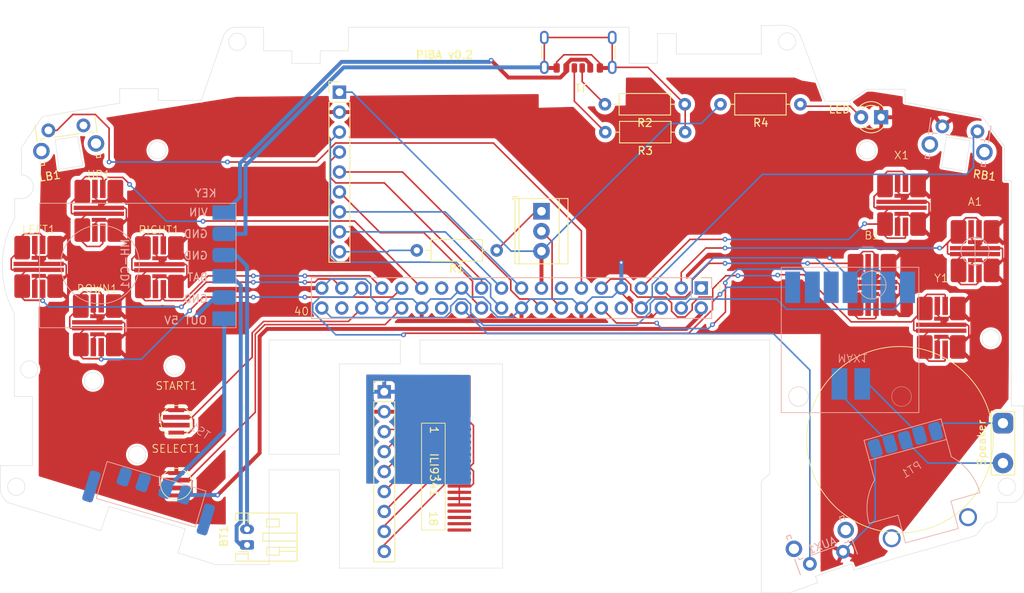
<source format=kicad_pcb>
(kicad_pcb (version 20240108) (generator "pcbnew") (generator_version "8.0")
  (layers (0 "F.Cu" signal) (31 "B.Cu" signal) (34 "B.Paste" user) (35 "F.Paste" user) (36 "B.SilkS" user "B.Silkscreen") (37 "F.SilkS" user "F.Silkscreen") (38 "B.Mask" user) (39 "F.Mask" user) (44 "Edge.Cuts" user))
  (net 0 "")
  (net 1 "GPIO2")
  (net 2 "GPIO3")
  (net 3 "GPIO6")
  (net 5 "GPIO7")
  (net 6 "Net-(PT1-Ch2_OUT)")
  (net 7 "Net-(ILI1-LEDK1)")
  (net 9 "Net-(PT1-Ch1_OUT)")
  (net 11 "Net-(MAX1-S1)")
  (net 12 "+3V3")
  (net 13 "Net-(J1-CC2)")
  (net 14 "Net-(J1-CC1)")
  (net 16 "GPIO26")
  (net 17 "GPIO19")
  (net 18 "Net-(BT1-+)")
  (net 19 "Net-(ILI1-DC)")
  (net 21 "GND")
  (net 22 "Net-(ILI1-LEDA)")
  (net 23 "Net-(ILI1-SDO)")
  (net 24 "Net-(J2-Pin_1)")
  (net 25 "Net-(ILI1-3V3)")
  (net 28 "Net-(ILI1-CS)")
  (net 29 "Net-(ILI1-RESET)")
  (net 30 "Net-(ILI1-SDI{slash}SDA)")
  (net 32 "Net-(ILI1-CLK)")
  (net 33 "Net-(MH-CD1-VIN_5V)")
  (net 34 "GPIO21")
  (net 36 "GPIO18")
  (net 37 "Net-(ILI9341Extension2-LED)")
  (net 38 "+5V")
  (net 39 "Net-(MAX1-S2)")
  (net 40 "dc")
  (net 41 "GPIO12")
  (net 42 "sdo")
  (net 43 "sdi")
  (net 44 "GPIO5")
  (net 45 "GPIO16")
  (net 46 "cs")
  (net 47 "GPIO27")
  (net 48 "GPIO13")
  (net 49 "GPIO4")
  (net 50 "GPIO17")
  (net 51 "reset")
  (net 52 "clk")
  (net 53 "POWER")
  (net 54 "led")
  (net 55 "Net-(D1-Pad2)")
  (net 56 "GPIO14")
  (net 57 "POWERIN")
  (net 62 "BAT GND")
  (net 63 "PIN GND")
  (footprint "Resistor_THT:R_Axial_DIN0207_L6.3mm_D2.5mm_P10.16mm_Horizontal" (layer "F.Cu") (at 131.59 95.3)
    (property "Reference" "R1")
    (property "Value" "10R")
  )
  (footprint "Connector_PinHeader_2.54mm:PinHeader_1x09_P2.54mm_Vertical" (layer "F.Cu") (at 121.75 75.16)
    (property "Reference" "ILI9341Extension2" (hide yes))
    (property "Value" "~")
  )
  (footprint "Connector_PinHeader_2.54mm:PinHeader_1x09_P2.54mm_Vertical" (layer "F.Cu") (at 127.45 113.3)
    (property "Reference" "ILI9341Extension1" (hide yes))
    (property "Value" "~")
  )
  (footprint "CustomModules:gba_button_switch_pad" (layer "F.Cu") (at 202.6 95.4)
    (property "Reference" "A1")
    (property "Value" "A")
  )
  (footprint "Resistor_THT:R_Axial_DIN0207_L6.3mm_D2.5mm_P10.16mm_Horizontal" (layer "F.Cu") (at 165.73 80.25 180)
    (property "Reference" "R3")
    (property "Value" "5k1")
  )
  (footprint "TestPoint:TestPoint_2Pads_Pitch5.08mm_Drill1.3mm" (layer "F.Cu") (at 206.15 117.3 -90)
    (property "Reference" "LS1" (hide yes))
    (property "Value" "Speaker")
  )
  (footprint "CustomModules:gba_button_switch_pad" (layer "F.Cu") (at 189.5 99.7)
    (property "Reference" "B1")
    (property "Value" "B")
  )
  (footprint "TerminalBlock_TE-Connectivity:TerminalBlock_TE_282834-3_1x03_P2.54mm_Horizontal" (layer "F.Cu") (at 147.45 90.32 -90)
    (property "Reference" "J2" (hide yes))
    (property "Value" "Conn_01x03")
  )
  (footprint "CustomModules:gba_button_switch_pad" (layer "F.Cu") (at 91.15 90.2625)
    (property "Reference" "UP1")
    (property "Value" "UP")
  )
  (footprint "LED_THT:LED_D3.0mm" (layer "F.Cu") (at 190.65 78.35 180)
    (property "Reference" "D1" (hide yes))
    (property "Value" "LED")
  )
  (footprint "CustomModules:gba_button_switch_pad" (layer "F.Cu") (at 198.3 105.15)
    (property "Reference" "Y1")
    (property "Value" "Y")
  )
  (footprint "Connector_JST:JST_PH_S2B-PH-K_1x02_P2.00mm_Horizontal" (layer "F.Cu") (at 110 132.8 90)
    (property "Reference" "BT1")
    (property "Value" "Battery_Cell")
  )
  (footprint "Resistor_THT:R_Axial_DIN0207_L6.3mm_D2.5mm_P10.16mm_Horizontal" (layer "F.Cu") (at 165.68 76.7 180)
    (property "Reference" "R2")
    (property "Value" "5k1")
  )
  (footprint "Button_Switch_THT:SW_Tactile_SPST_Angled_PTS645Vx39-2LFS" (layer "F.Cu") (at 84.732322 80.0198 8)
    (property "Reference" "LB1")
    (property "Value" "LB")
  )
  (footprint "CustomModules:gba_button_stsl" (layer "F.Cu") (at 101 117.05)
    (property "Reference" "START1")
    (property "Value" "START")
  )
  (footprint "Connector_USB:USB_C_Receptacle_GCT_USB4125-xx-x_6P_TopMnt_Horizontal" (layer "F.Cu") (at 152.13 69 180)
    (property "Reference" "J1")
    (property "Value" "USB_C_Receptacle_PowerOnly_6P")
  )
  (footprint "CustomModules:gba_button_stsl" (layer "F.Cu") (at 101 125.05)
    (property "Reference" "SELECT1")
    (property "Value" "SELECT")
  )
  (footprint "CustomModules:gba_button_switch_pad" (layer "F.Cu") (at 90.95 104.8375)
    (property "Reference" "DOWN1")
    (property "Value" "DOWN")
  )
  (footprint "CustomModules:gba_button_switch_pad" (layer "F.Cu") (at 98.85 97.45)
    (property "Reference" "RIGHT1")
    (property "Value" "RIGHT")
  )
  (footprint "CustomModules:gba_button_switch_pad" (layer "F.Cu") (at 193.25 89.5)
    (property "Reference" "X1")
    (property "Value" "X")
  )
  (footprint "CustomModules:gba_button_switch_pad" (layer "F.Cu") (at 83.5 97.4)
    (property "Reference" "LEFT1")
    (property "Value" "LEFT")
  )
  (footprint "Resistor_THT:R_Axial_DIN0207_L6.3mm_D2.5mm_P10.16mm_Horizontal" (layer "F.Cu") (at 170.22 76.7)
    (property "Reference" "R4")
    (property "Value" "150R")
  )
  (footprint "CustomModules:ILI9341 solder pad" (layer "F.Cu") (at 138.6 124.3 -90)
    (property "Reference" "ILI1" (hide yes))
    (property "Value" "~" (hide yes))
  )
  (footprint "Button_Switch_THT:SW_Tactile_SPST_Angled_PTS645Vx39-2LFS" (layer "B.Cu") (at 202.9 80.15 172)
    (property "Reference" "RB1")
    (property "Value" "RB")
  )
  (footprint "CustomModules:Pot b103" (layer "B.Cu") (at 194.766989 123.655936 -149)
    (property "Reference" "PT1")
    (property "Value" "~")
  )
  (footprint "CustomModules:Toggle switch" (layer "B.Cu") (at 103.752772 118.710169 147)
    (property "Reference" "TS1")
    (property "Value" "~")
  )
  (footprint "CustomModules:MAX98357" (layer "B.Cu") (at 186.75 108.5)
    (property "Reference" "MAX1")
    (property "Value" "~")
  )
  (footprint "CustomModules:MH-CD42" (layer "B.Cu") (at 94.9 97.05 -90)
    (property "Reference" "MH-CD1" (hide yes))
    (property "Value" "~")
  )
  (footprint "Button_Switch_THT:SW_Tactile_SPST_Angled_PTS645Vx39-2LFS" (layer "B.Cu") (at 181.589001 135.209872 20)
    (property "Reference" "AUX1")
    (property "Value" "RB")
  )
  (footprint "CustomModules:RPIZero" (layer "B.Cu") (at 144.08 96.29 180)
    (property "Reference" "RaspberryPiZero2W1" (hide yes))
    (property "Value" "~" (hide yes))
  )
  (gr_line (start 187.719551 99.7) (end 191.280449 99.7) (stroke (width 0.1)) (layer "B.SilkS"))
  (gr_circle (center 202.6 95.4) (end 204.380449 95.4) (stroke (width 0.1)) (fill none) (layer "B.SilkS"))
  (gr_line (start 189.5 101.480449) (end 189.5 97.919551) (stroke (width 0.1)) (layer "B.SilkS"))
  (gr_line (start 202.6 97.180449) (end 202.6 93.619551) (stroke (width 0.1)) (layer "B.SilkS"))
  (gr_circle (center 189.5 99.7) (end 191.280449 99.7) (stroke (width 0.1)) (fill none) (layer "B.SilkS"))
  (gr_circle (center 91.3 97.1) (end 96.3 97.1) (stroke (width 0.1)) (fill none) (layer "B.SilkS"))
  (gr_line (start 200.819551 95.4) (end 204.380449 95.4) (stroke (width 0.1)) (layer "B.SilkS"))
  (gr_circle (center 193.05 119.4) (end 202.2 126.95) (stroke (width 0.1)) (fill none) (layer "F.SilkS"))
  (gr_line (start 122.9 69.9) (end 119.3 69.9) (stroke (width 0.05)) (layer "Edge.Cuts"))
  (gr_line (start 112.1 66.9) (end 108.3 66.9) (stroke (width 0.05)) (layer "Edge.Cuts"))
  (gr_line (start 142.5 106.7) (end 176.5 106.7) (stroke (width 0.05)) (layer "Edge.Cuts"))
  (gr_circle (center 178.702276 68.7) (end 179.252276 69.65) (stroke (width 0.05)) (fill none) (layer "Edge.Cuts"))
  (gr_line (start 81.3 88.7) (end 80.45 88.7) (stroke (width 0.05)) (layer "Edge.Cuts"))
  (gr_line (start 193.7 74.9) (end 193.7 74.8) (stroke (width 0.05)) (layer "Edge.Cuts"))
  (gr_line (start 112.1 69.9) (end 112.1 66.9) (stroke (width 0.05)) (layer "Edge.Cuts"))
  (gr_circle (center 204.602276 106.5) (end 205.152276 107.45) (stroke (width 0.05)) (fill none) (layer "Edge.Cuts"))
  (gr_circle (center 90.402276 111.9) (end 90.952276 112.85) (stroke (width 0.05)) (fill none) (layer "Edge.Cuts"))
  (gr_line (start 205.400401 128.406225) (end 205.4 127.4) (stroke (width 0.05)) (layer "Edge.Cuts"))
  (gr_line (start 112.8 135.3) (end 105.95 135.3) (stroke (width 0.05)) (layer "Edge.Cuts"))
  (gr_line (start 175.4 66.7) (end 175.4 70.3) (stroke (width 0.05)) (layer "Edge.Cuts"))
  (gr_line (start 121.75 109.75) (end 121.75 121.25) (stroke (width 0.05)) (layer "Edge.Cuts"))
  (gr_line (start 186.9 135.2) (end 187.2 136) (stroke (width 0.05)) (layer "Edge.Cuts"))
  (gr_line (start 121.5 123.25) (end 121.75 123.25) (stroke (width 0.05)) (layer "Edge.Cuts"))
  (gr_line (start 207.2 86.4) (end 206.35 86.4) (stroke (width 0.05)) (layer "Edge.Cuts"))
  (gr_line (start 119.3 69.9) (end 119.3 71.5) (stroke (width 0.05)) (layer "Edge.Cuts"))
  (gr_poly (pts (xy 198.35 84.7) (xy 198.95 80.85) (xy 201.95 81.35) (xy 201.35 85.2)) (stroke (width 0.05)) (fill none) (layer "Edge.Cuts"))
  (gr_line (start 186.6 76.3) (end 183.5 76.3) (stroke (width 0.05)) (layer "Edge.Cuts"))
  (gr_line (start 98.7 76.2) (end 98.7 74.7) (stroke (width 0.05)) (layer "Edge.Cuts"))
  (gr_line (start 102.15 130.75) (end 92.45 127.9) (stroke (width 0.05)) (layer "Edge.Cuts"))
  (gr_line (start 121.75 123.25) (end 121.75 135.75) (stroke (width 0.05)) (layer "Edge.Cuts"))
  (gr_line (start 92.45 127.9) (end 91.4 131) (stroke (width 0.05)) (layer "Edge.Cuts"))
  (gr_line (start 175.4 124.7) (end 175.4 138.9) (stroke (width 0.05)) (layer "Edge.Cuts"))
  (gr_line (start 206.35 86.4) (end 206.35 82.05) (stroke (width 0.05)) (layer "Edge.Cuts"))
  (gr_line (start 115.7 69.9) (end 112.1 69.9) (stroke (width 0.05)) (layer "Edge.Cuts"))
  (gr_circle (center 98.602276 82.55) (end 99.152276 83.5) (stroke (width 0.05)) (fill none) (layer "Edge.Cuts"))
  (gr_line (start 93.8 74.7) (end 93.8 76.55) (stroke (width 0.05)) (layer "Edge.Cuts"))
  (gr_line (start 121.75 135.75) (end 142.5 135.75) (stroke (width 0.05)) (layer "Edge.Cuts"))
  (gr_line (start 164.6 67.7) (end 162.2 67.7) (stroke (width 0.05)) (layer "Edge.Cuts"))
  (gr_line (start 158.6 71.5) (end 158.6 66.9) (stroke (width 0.05)) (layer "Edge.Cuts"))
  (gr_line (start 187.2 136) (end 202.7 131.6) (stroke (width 0.05)) (layer "Edge.Cuts"))
  (gr_line (start 82.7 113.9) (end 82.7 122.7) (stroke (width 0.05)) (layer "Edge.Cuts"))
  (gr_line (start 78.6 122.7) (end 78.6 125.8) (stroke (width 0.05)) (layer "Edge.Cuts"))
  (gr_line (start 175.4 70.3) (end 164.6 70.3) (stroke (width 0.05)) (layer "Edge.Cuts"))
  (gr_line (start 129.5 106.7) (end 129.5 109.75) (stroke (width 0.05)) (layer "Edge.Cuts"))
  (gr_line (start 183.5 76.3) (end 180.4 68) (stroke (width 0.05)) (layer "Edge.Cuts"))
  (gr_line (start 121.75 121.25) (end 112.8 121.25) (stroke (width 0.05)) (layer "Edge.Cuts"))
  (gr_line (start 101.2 133.8) (end 102.15 130.75) (stroke (width 0.05)) (layer "Edge.Cuts"))
  (gr_line (start 179 138.9) (end 182.6 137.6) (stroke (width 0.05)) (layer "Edge.Cuts"))
  (gr_line (start 178.2 66.640326) (end 175.4 66.7) (stroke (width 0.05)) (layer "Edge.Cuts"))
  (gr_arc (start 178.2 66.640326) (mid 179.493127 67.007676) (end 180.399999 68) (stroke (width 0.05)) (layer "Edge.Cuts"))
  (gr_arc (start 79.631841 127.411999) (mid 78.950759 126.71172) (end 78.6 125.8) (stroke (width 0.05)) (layer "Edge.Cuts"))
  (gr_circle (center 96.002276 121.3) (end 96.552276 122.25) (stroke (width 0.05)) (fill none) (layer "Edge.Cuts"))
  (gr_line (start 202.7 131.6) (end 204 130) (stroke (width 0.05)) (layer "Edge.Cuts"))
  (gr_line (start 162.2 71.5) (end 158.6 71.5) (stroke (width 0.05)) (layer "Edge.Cuts"))
  (gr_line (start 91.4 131) (end 79.631841 127.411999) (stroke (width 0.05)) (layer "Edge.Cuts"))
  (gr_line (start 162.2 67.7) (end 162.2 71.5) (stroke (width 0.05)) (layer "Edge.Cuts"))
  (gr_line (start 132 109.75) (end 142.5 109.75) (stroke (width 0.05)) (layer "Edge.Cuts"))
  (gr_line (start 119.3 71.5) (end 115.7 71.5) (stroke (width 0.05)) (layer "Edge.Cuts"))
  (gr_line (start 208.826267 125.7) (end 208.8 115.1) (stroke (width 0.05)) (layer "Edge.Cuts"))
  (gr_line (start 93.8 76.55) (end 83.95 78.275) (stroke (width 0.05)) (layer "Edge.Cuts"))
  (gr_arc (start 106.987012 68.035232) (mid 107.50666 67.309343) (end 108.3 66.9) (stroke (width 0.05)) (layer "Edge.Cuts"))
  (gr_line (start 205.4 127.4) (end 207.4 127.4) (stroke (width 0.05)) (layer "Edge.Cuts"))
  (gr_line (start 207.2 115.1) (end 207.2 86.4) (stroke (width 0.05)) (layer "Edge.Cuts"))
  (gr_line (start 112.8 135.3) (end 112.8 123.25) (stroke (width 0.05)) (layer "Edge.Cuts"))
  (gr_line (start 142.5 109.75) (end 142.5 135.75) (stroke (width 0.05)) (layer "Edge.Cuts"))
  (gr_arc (start 80.400001 103.3) (mid 78.857811 97.256368) (end 80.44235 91.2237) (stroke (width 0.05)) (layer "Edge.Cuts"))
  (gr_line (start 203.5 78.25) (end 193.7 76.45) (stroke (width 0.05)) (layer "Edge.Cuts"))
  (gr_line (start 106.987012 68.035232) (end 104.2 76.2) (stroke (width 0.05)) (layer "Edge.Cuts"))
  (gr_arc (start 208.826267 125.7) (mid 208.422475 126.809531) (end 207.4 127.399999) (stroke (width 0.05)) (layer "Edge.Cuts"))
  (gr_line (start 132 106.7) (end 132 109.75) (stroke (width 0.05)) (layer "Edge.Cuts"))
  (gr_line (start 158.6 66.9) (end 122.9 66.9) (stroke (width 0.05)) (layer "Edge.Cuts"))
  (gr_circle (center 108.752276 68.75) (end 109.302276 69.7) (stroke (width 0.05)) (fill none) (layer "Edge.Cuts"))
  (gr_circle (center 100.752276 110.05) (end 101.302276 111) (stroke (width 0.05)) (fill none) (layer "Edge.Cuts"))
  (gr_line (start 104.2 76.2) (end 98.7 76.2) (stroke (width 0.05)) (layer "Edge.Cuts"))
  (gr_line (start 188.8 74.8) (end 186.6 76.3) (stroke (width 0.05)) (layer "Edge.Cuts"))
  (gr_line (start 112.8 121.25) (end 112.8 106.7) (stroke (width 0.05)) (layer "Edge.Cuts"))
  (gr_line (start 193.7 74.8) (end 188.8 74.8) (stroke (width 0.05)) (layer "Edge.Cuts"))
  (gr_line (start 176.5 123.7) (end 175.4 124.7) (stroke (width 0.05)) (layer "Edge.Cuts"))
  (gr_poly (pts (xy 85.6 81.2) (xy 88.45 80.8) (xy 89.1 84.5) (xy 86.1 85)) (stroke (width 0.05)) (fill none) (layer "Edge.Cuts"))
  (gr_arc (start 81.3 85.7) (mid 82.8 87.2) (end 81.3 88.7) (stroke (width 0.05)) (layer "Edge.Cuts"))
  (gr_line (start 176.5 106.7) (end 176.5 123.7) (stroke (width 0.05)) (layer "Edge.Cuts"))
  (gr_line (start 82.7 122.7) (end 78.6 122.7) (stroke (width 0.05)) (layer "Edge.Cuts"))
  (gr_line (start 80.4 103.3) (end 80.4 113.9) (stroke (width 0.05)) (layer "Edge.Cuts"))
  (gr_circle (center 80.652276 125.4) (end 81.202276 126.35) (stroke (width 0.05)) (fill none) (layer "Edge.Cuts"))
  (gr_line (start 122.9 66.9) (end 122.9 69.9) (stroke (width 0.05)) (layer "Edge.Cuts"))
  (gr_line (start 81.3 82.2) (end 81.3 85.7) (stroke (width 0.05)) (layer "Edge.Cuts"))
  (gr_line (start 193.7 76.45) (end 193.7 74.9) (stroke (width 0.05)) (layer "Edge.Cuts"))
  (gr_line (start 164.6 70.3) (end 164.6 67.7) (stroke (width 0.05)) (layer "Edge.Cuts"))
  (gr_line (start 105.95 135.3) (end 101.2 133.8) (stroke (width 0.05)) (layer "Edge.Cuts"))
  (gr_arc (start 205.400401 128.406225) (mid 205.029314 129.492294) (end 204 129.999999) (stroke (width 0.05)) (layer "Edge.Cuts"))
  (gr_line (start 98.7 74.7) (end 93.8 74.7) (stroke (width 0.05)) (layer "Edge.Cuts"))
  (gr_circle (center 188.852276 82.55) (end 189.402276 83.5) (stroke (width 0.05)) (fill none) (layer "Edge.Cuts"))
  (gr_line (start 129.5 109.75) (end 121.75 109.75) (stroke (width 0.05)) (layer "Edge.Cuts"))
  (gr_line (start 182.3 136.8) (end 186.9 135.2) (stroke (width 0.05)) (layer "Edge.Cuts"))
  (gr_line (start 206.35 82.05) (end 203.5 78.25) (stroke (width 0.05)) (layer "Edge.Cuts"))
  (gr_line (start 182.6 137.6) (end 182.3 136.8) (stroke (width 0.05)) (layer "Edge.Cuts"))
  (gr_circle (center 82.3 110.45) (end 82.85 111.4) (stroke (width 0.05)) (fill none) (layer "Edge.Cuts"))
  (gr_line (start 142.5 106.7) (end 132 106.7) (stroke (width 0.05)) (layer "Edge.Cuts"))
  (gr_circle (center 206.652276 125.4) (end 207.202276 126.35) (stroke (width 0.05)) (fill none) (layer "Edge.Cuts"))
  (gr_line (start 83.95 78.275) (end 81.3 82.2) (stroke (width 0.05)) (layer "Edge.Cuts"))
  (gr_line (start 115.7 71.5) (end 115.7 69.9) (stroke (width 0.05)) (layer "Edge.Cuts"))
  (gr_line (start 80.4 113.9) (end 82.7 113.9) (stroke (width 0.05)) (layer "Edge.Cuts"))
  (gr_line (start 112.8 106.7) (end 129.5 106.7) (stroke (width 0.05)) (layer "Edge.Cuts"))
  (gr_line (start 175.4 138.9) (end 179 138.9) (stroke (width 0.05)) (layer "Edge.Cuts"))
  (gr_line (start 208.8 115.1) (end 207.2 115.1) (stroke (width 0.05)) (layer "Edge.Cuts"))
  (gr_line (start 112.8 123.25) (end 121.5 123.25) (stroke (width 0.05)) (layer "Edge.Cuts"))
  (gr_line (start 80.44235 91.2237) (end 80.45 88.7) (stroke (width 0.05)) (layer "Edge.Cuts"))
  (gr_text "40" (at 115.9 103.65 0) (layer "F.SilkS") (effects (font (size 1 1) (thickness 0.1)) (justify left bottom)))
  (gr_text "PiBA v0.2" (at 131.35 71 0) (layer "F.SilkS") (effects (font (size 1 1) (thickness 0.2) (bold yes)) (justify left bottom)))
  (gr_text "1" (at 169.6 100.55 0) (layer "F.SilkS") (effects (font (size 1 1) (thickness 0.1)) (justify left bottom)))
  (segment (start 200.800001 99.65) (end 202.75 99.65) (width 0.2) (layer "F.Cu") (net 1))
  (segment (start 165.23 100.1) (end 165.23 98.12) (width 0.2) (layer "F.Cu") (net 1))
  (segment (start 199.1 95.675) (end 199.1 94.35) (width 0.2) (layer "F.Cu") (net 1))
  (segment (start 201.45 91.15) (end 202.75 91.15) (width 0.2) (layer "F.Cu") (net 1))
  (segment (start 200.5 97.85) (end 200.5 96.350001) (width 0.2) (layer "F.Cu") (net 1))
  (segment (start 200.5 92.95) (end 200.5 92.1) (width 0.2) (layer "F.Cu") (net 1))
  (segment (start 203.1 99.3) (end 203.1 98.1875) (width 0.2) (layer "F.Cu") (net 1))
  (segment (start 202.6 95.775) (end 199.2 95.775) (width 0.2) (layer "F.Cu") (net 1))
  (segment (start 200.5 92.1) (end 201.45 91.15) (width 0.2) (layer "F.Cu") (net 1))
  (segment (start 200.5 97.85) (end 200.5 99.349999) (width 0.2) (layer "F.Cu") (net 1))
  (segment (start 202.75 91.15) (end 203.1 91.5) (width 0.2) (layer "F.Cu") (net 1))
  (segment (start 202.75 99.65) (end 203.1 99.3) (width 0.2) (layer "F.Cu") (net 1))
  (segment (start 203.1 91.5) (end 203.1 92.6125) (width 0.2) (layer "F.Cu") (net 1))
  (segment (start 168.35 95) (end 170.8 95) (width 0.2) (layer "F.Cu") (net 1))
  (segment (start 165.23 98.12) (end 168.35 95) (width 0.2) (layer "F.Cu") (net 1))
  (segment (start 201.075001 95.775) (end 202.6 95.775) (width 0.2) (layer "F.Cu") (net 1))
  (segment (start 199.2 95.775) (end 199.1 95.675) (width 0.2) (layer "F.Cu") (net 1))
  (segment (start 198.45 95) (end 200.5 92.95) (width 0.2) (layer "F.Cu") (net 1))
  (segment (start 199.1 94.35) (end 200.5 92.95) (width 0.2) (layer "F.Cu") (net 1))
  (segment (start 198.1 95) (end 198.45 95) (width 0.2) (layer "F.Cu") (net 1))
  (segment (start 200.5 99.349999) (end 200.800001 99.65) (width 0.2) (layer "F.Cu") (net 1))
  (segment (start 200.5 96.350001) (end 201.075001 95.775) (width 0.2) (layer "F.Cu") (net 1))
  (via (at 198.1 95) (size 0.6) (drill 0.3) (layers "F.Cu" "B.Cu") (net 1))
  (via (at 170.8 95) (size 0.6) (drill 0.3) (layers "F.Cu" "B.Cu") (net 1))
  (segment (start 198.1 95) (end 170.8 95) (width 0.2) (layer "B.Cu") (net 1))
  (segment (start 186 98.65) (end 187.4 97.25) (width 0.2) (layer "F.Cu") (net 2))
  (segment (start 187.4 97.25) (end 187.4 96.4) (width 0.2) (layer "F.Cu") (net 2))
  (segment (start 187.975001 100.075) (end 189.5 100.075) (width 0.2) (layer "F.Cu") (net 2))
  (segment (start 166.62 99.08) (end 168.75 96.95) (width 0.2) (layer "F.Cu") (net 2))
  (segment (start 189.5 100.075) (end 186.1 100.075) (width 0.2) (layer "F.Cu") (net 2))
  (segment (start 187.4 102.15) (end 187.4 100.650001) (width 0.2) (layer "F.Cu") (net 2))
  (segment (start 189.85 104) (end 187.750001 104) (width 0.2) (layer "F.Cu") (net 2))
  (segment (start 181.3 96.95) (end 187.1 96.95) (width 0.2) (layer "F.Cu") (net 2))
  (segment (start 186 99.975) (end 186 98.65) (width 0.2) (layer "F.Cu") (net 2))
  (segment (start 187.4 100.650001) (end 187.975001 100.075) (width 0.2) (layer "F.Cu") (net 2))
  (segment (start 187.1 96.95) (end 187.4 97.25) (width 0.2) (layer "F.Cu") (net 2))
  (segment (start 187.4 96.4) (end 188.35 95.45) (width 0.2) (layer "F.Cu") (net 2))
  (segment (start 162.69 100.1) (end 163.84 101.25) (width 0.2) (layer "F.Cu") (net 2))
  (segment (start 190 103.85) (end 189.85 104) (width 0.2) (layer "F.Cu") (net 2))
  (segment (start 163.84 101.25) (end 165.75 101.25) (width 0.2) (layer "F.Cu") (net 2))
  (segment (start 188.35 95.45) (end 189.55 95.45) (width 0.2) (layer "F.Cu") (net 2))
  (segment (start 190 102.4875) (end 190 103.85) (width 0.2) (layer "F.Cu") (net 2))
  (segment (start 186.1 100.075) (end 186 99.975) (width 0.2) (layer "F.Cu") (net 2))
  (segment (start 189.55 95.45) (end 190 95.9) (width 0.2) (layer "F.Cu") (net 2))
  (segment (start 165.75 101.25) (end 166.62 100.38) (width 0.2) (layer "F.Cu") (net 2))
  (segment (start 187.4 103.649999) (end 187.4 102.15) (width 0.2) (layer "F.Cu") (net 2))
  (segment (start 187.750001 104) (end 187.4 103.649999) (width 0.2) (layer "F.Cu") (net 2))
  (segment (start 190 95.9) (end 190 96.9125) (width 0.2) (layer "F.Cu") (net 2))
  (segment (start 166.62 100.38) (end 166.62 99.08) (width 0.2) (layer "F.Cu") (net 2))
  (segment (start 168.75 96.95) (end 170.8 96.95) (width 0.2) (layer "F.Cu") (net 2))
  (via (at 170.8 96.95) (size 0.6) (drill 0.3) (layers "F.Cu" "B.Cu") (net 2))
  (via (at 181.3 96.95) (size 0.6) (drill 0.3) (layers "F.Cu" "B.Cu") (net 2))
  (segment (start 170.8 96.95) (end 181.3 96.95) (width 0.2) (layer "B.Cu") (net 2))
  (segment (start 88.85 108.1375) (end 88.85 107.2875) (width 0.2) (layer "F.Cu") (net 3))
  (segment (start 102.7 102.95) (end 102.7 103) (width 0.2) (layer "F.Cu") (net 3))
  (segment (start 91.35 109.0875) (end 91.45 108.9875) (width 0.2) (layer "F.Cu") (net 3))
  (segment (start 91.3875 109.0875) (end 89.8 109.0875) (width 0.2) (layer "F.Cu") (net 3))
  (segment (start 88.85 107.2875) (end 88.85 105.787501) (width 0.2) (layer "F.Cu") (net 3))
  (segment (start 87.45 105.1125) (end 87.45 103.7875) (width 0.2) (layer "F.Cu") (net 3))
  (segment (start 87.55 105.2125) (end 87.45 105.1125) (width 0.2) (layer "F.Cu") (net 3))
  (segment (start 88.85 108.787499) (end 89.150001 109.0875) (width 0.2) (layer "F.Cu") (net 3))
  (segment (start 90.95 105.2125) (end 87.55 105.2125) (width 0.2) (layer "F.Cu") (net 3))
  (segment (start 104.4 101.25) (end 102.7 102.95) (width 0.2) (layer "F.Cu") (net 3))
  (segment (start 91.45 100.8) (end 91.45 102.05) (width 0.2) (layer "F.Cu") (net 3))
  (segment (start 128.52 101.25) (end 117.35 101.25) (width 0.2) (layer "F.Cu") (net 3))
  (segment (start 89.150001 100.5875) (end 91.2375 100.5875) (width 0.2) (layer "F.Cu") (net 3))
  (segment (start 89.425001 105.2125) (end 90.95 105.2125) (width 0.2) (layer "F.Cu") (net 3))
  (segment (start 91.45 108.9875) (end 91.45 107.625) (width 0.2) (layer "F.Cu") (net 3))
  (segment (start 88.85 100.887501) (end 89.150001 100.5875) (width 0.2) (layer "F.Cu") (net 3))
  (segment (start 87.45 103.7875) (end 88.85 102.3875) (width 0.2) (layer "F.Cu") (net 3))
  (segment (start 91.45 109.15) (end 91.3875 109.0875) (width 0.2) (layer "F.Cu") (net 3))
  (segment (start 88.85 107.2875) (end 88.85 108.787499) (width 0.2) (layer "F.Cu") (net 3))
  (segment (start 129.67 100.1) (end 128.52 101.25) (width 0.2) (layer "F.Cu") (net 3))
  (segment (start 110.8 101.25) (end 104.4 101.25) (width 0.2) (layer "F.Cu") (net 3))
  (segment (start 88.85 105.787501) (end 89.425001 105.2125) (width 0.2) (layer "F.Cu") (net 3))
  (segment (start 89.150001 109.0875) (end 91.35 109.0875) (width 0.2) (layer "F.Cu") (net 3))
  (segment (start 91.2375 100.5875) (end 91.45 100.8) (width 0.2) (layer "F.Cu") (net 3))
  (segment (start 102.7 103) (end 102.65 103) (width 0.2) (layer "F.Cu") (net 3))
  (segment (start 88.85 102.3875) (end 88.85 100.887501) (width 0.2) (layer "F.Cu") (net 3))
  (segment (start 91.5125 109.0875) (end 91.45 109.15) (width 0.2) (layer "F.Cu") (net 3))
  (via (at 91.45 109.15) (size 0.6) (drill 0.3) (layers "F.Cu" "B.Cu") (net 3))
  (via (at 117.35 101.25) (size 0.6) (drill 0.3) (layers "F.Cu" "B.Cu") (net 3))
  (via (at 110.8 101.25) (size 0.6) (drill 0.3) (layers "F.Cu" "B.Cu") (net 3))
  (via (at 102.7 103) (size 0.6) (drill 0.3) (layers "F.Cu" "B.Cu") (net 3))
  (segment (start 91.45 109.15) (end 96.55 109.15) (width 0.2) (layer "B.Cu") (net 3))
  (segment (start 96.55 109.15) (end 102.7 103) (width 0.2) (layer "B.Cu") (net 3))
  (segment (start 117.35 101.25) (end 110.8 101.25) (width 0.2) (layer "B.Cu") (net 3))
  (segment (start 140.55 105.9) (end 176.95 105.9) (width 0.2) (layer "B.Cu") (net 5))
  (segment (start 181.589001 110.539001) (end 181.589001 135.209872) (width 0.2) (layer "B.Cu") (net 5))
  (segment (start 176.95 105.9) (end 181.589001 110.539001) (width 0.2) (layer "B.Cu") (net 5))
  (segment (start 137.29 102.64) (end 140.55 105.9) (width 0.2) (layer "B.Cu") (net 5))
  (segment (start 196.623289 122.38) (end 206.15 122.38) (width 0.2) (layer "B.Cu") (net 6))
  (segment (start 193.724249 119.48096) (end 196.623289 122.38) (width 0.2) (layer "B.Cu") (net 6))
  (segment (start 137 127.7) (end 137 126.9) (width 0.2) (layer "F.Cu") (net 7))
  (segment (start 137 126.9) (end 137 126.1) (width 0.2) (layer "F.Cu") (net 7))
  (segment (start 137 125.3) (end 138.499999 125.3) (width 0.2) (layer "F.Cu") (net 7))
  (segment (start 137 126.1) (end 137 125.3) (width 0.2) (layer "F.Cu") (net 7))
  (segment (start 138.499999 117.3) (end 138.8 117.600001) (width 0.2) (layer "F.Cu") (net 7))
  (segment (start 137 117.3) (end 138.499999 117.3) (width 0.2) (layer "F.Cu") (net 7))
  (segment (start 138.499999 125.3) (end 138.8 124.999999) (width 0.2) (layer "F.Cu") (net 7))
  (segment (start 138.8 124.999999) (end 138.8 123.4) (width 0.2) (layer "F.Cu") (net 7))
  (segment (start 138.3 122.9) (end 137 122.9) (width 0.2) (layer "F.Cu") (net 7))
  (segment (start 138.8 117.600001) (end 138.8 122.4) (width 0.2) (layer "F.Cu") (net 7))
  (segment (start 138.8 122.4) (end 138.3 122.9) (width 0.2) (layer "F.Cu") (net 7))
  (segment (start 138.8 123.4) (end 138.3 122.9) (width 0.2) (layer "F.Cu") (net 7))
  (segment (start 197.582239 118.329479) (end 198.611718 117.3) (width 0.2) (layer "B.Cu") (net 9))
  (segment (start 198.611718 117.3) (end 206.15 117.3) (width 0.2) (layer "B.Cu") (net 9))
  (segment (start 185.35 113.508624) (end 185.35 112.3) (width 0.2) (layer "B.Cu") (net 11))
  (segment (start 191.786608 119.945232) (end 185.35 113.508624) (width 0.2) (layer "B.Cu") (net 11))
  (segment (start 147.45 100.1) (end 147.45 95.4) (width 0.5) (layer "F.Cu") (net 12))
  (segment (start 147.45 95.4) (end 163.7 79.15) (width 0.2) (layer "B.Cu") (net 12))
  (segment (start 123.36 75.16) (end 143.6 95.4) (width 0.2) (layer "B.Cu") (net 12))
  (segment (start 167.77 79.15) (end 170.22 76.7) (width 0.2) (layer "B.Cu") (net 12))
  (segment (start 143.6 95.4) (end 147.45 95.4) (width 0.2) (layer "B.Cu") (net 12))
  (segment (start 163.7 79.15) (end 167.77 79.15) (width 0.2) (layer "B.Cu") (net 12))
  (segment (start 121.75 75.16) (end 123.36 75.16) (width 0.2) (layer "B.Cu") (net 12))
  (segment (start 155.57 80.25) (end 151.63 76.31) (width 0.2) (layer "F.Cu") (net 13))
  (segment (start 151.63 76.31) (end 151.63 72.08) (width 0.2) (layer "F.Cu") (net 13))
  (segment (start 152.63 73.81) (end 152.63 72.08) (width 0.2) (layer "F.Cu") (net 14))
  (segment (start 155.52 76.7) (end 152.63 73.81) (width 0.2) (layer "F.Cu") (net 14))
  (segment (start 84 101.7) (end 84.05 101.65) (width 0.2) (layer "F.Cu") (net 16))
  (segment (start 83.9 101.65) (end 84 101.55) (width 0.2) (layer "F.Cu") (net 16))
  (segment (start 104.814216 99.35) (end 110.8 99.35) (width 0.2) (layer "F.Cu") (net 16))
  (segment (start 81.700001 93.15) (end 83.65 93.15) (width 0.2) (layer "F.Cu") (net 16))
  (segment (start 80 97.675) (end 80 96.35) (width 0.2) (layer "F.Cu") (net 16))
  (segment (start 80 96.35) (end 81.4 94.95) (width 0.2) (layer "F.Cu") (net 16))
  (segment (start 81.4 94.95) (end 81.4 93.450001) (width 0.2) (layer "F.Cu") (net 16))
  (segment (start 81.4 99.85) (end 81.4 101.349999) (width 0.2) (layer "F.Cu") (net 16))
  (segment (start 81.4 98.350001) (end 81.975001 97.775) (width 0.2) (layer "F.Cu") (net 16))
  (segment (start 81.700001 101.65) (end 83.95 101.65) (width 0.2) (layer "F.Cu") (net 16))
  (segment (start 84 101.55) (end 84 100.1875) (width 0.2) (layer "F.Cu") (net 16))
  (segment (start 81.4 99.85) (end 81.4 98.350001) (width 0.2) (layer "F.Cu") (net 16))
  (segment (start 119.033654 98.95) (end 120.9 98.95) (width 0.2) (layer "F.Cu") (net 16))
  (segment (start 101.65 102.514216) (end 101.65 102.5) (width 0.2) (layer "F.Cu") (net 16))
  (segment (start 120.9 98.95) (end 122.05 100.1) (width 0.2) (layer "F.Cu") (net 16))
  (segment (start 84 93.5) (end 84 94.6125) (width 0.2) (layer "F.Cu") (net 16))
  (segment (start 83.5 97.775) (end 80.1 97.775) (width 0.2) (layer "F.Cu") (net 16))
  (segment (start 83.65 93.15) (end 84 93.5) (width 0.2) (layer "F.Cu") (net 16))
  (segment (start 81.975001 97.775) (end 83.5 97.775) (width 0.2) (layer "F.Cu") (net 16))
  (segment (start 118.633654 99.35) (end 119.033654 98.95) (width 0.2) (layer "F.Cu") (net 16))
  (segment (start 117.35 99.35) (end 118.633654 99.35) (width 0.2) (layer "F.Cu") (net 16))
  (segment (start 101.65 102.5) (end 101.664216 102.5) (width 0.2) (layer "F.Cu") (net 16))
  (segment (start 83.95 101.65) (end 84 101.7) (width 0.2) (layer "F.Cu") (net 16))
  (segment (start 101.664216 102.5) (end 104.814216 99.35) (width 0.2) (layer "F.Cu") (net 16))
  (segment (start 81.4 93.450001) (end 81.700001 93.15) (width 0.2) (layer "F.Cu") (net 16))
  (segment (start 80.1 97.775) (end 80 97.675) (width 0.2) (layer "F.Cu") (net 16))
  (segment (start 81.700001 101.65) (end 83.9 101.65) (width 0.2) (layer "F.Cu") (net 16))
  (segment (start 81.4 101.349999) (end 81.700001 101.65) (width 0.2) (layer "F.Cu") (net 16))
  (via (at 110.8 99.35) (size 0.6) (drill 0.3) (layers "F.Cu" "B.Cu") (net 16))
  (via (at 117.35 99.35) (size 0.6) (drill 0.3) (layers "F.Cu" "B.Cu") (net 16))
  (via (at 101.65 102.5) (size 0.6) (drill 0.3) (layers "F.Cu" "B.Cu") (net 16))
  (via (at 84 101.7) (size 0.6) (drill 0.3) (layers "F.Cu" "B.Cu") (net 16))
  (segment (start 84.8 102.5) (end 101.65 102.5) (width 0.2) (layer "B.Cu") (net 16))
  (segment (start 110.8 99.35) (end 117.35 99.35) (width 0.2) (layer "B.Cu") (net 16))
  (segment (start 84 101.7) (end 84.8 102.5) (width 0.2) (layer "B.Cu") (net 16))
  (segment (start 130.1 105.85) (end 129.9 106.05) (width 0.2) (layer "F.Cu") (net 17))
  (segment (start 169.2 101.85) (end 169.2 102.836346) (width 0.2) (layer "F.Cu") (net 17))
  (segment (start 129.9 106.05) (end 129.9 106) (width 0.2) (layer "F.Cu") (net 17))
  (segment (start 170.15 100.9) (end 169.2 101.85) (width 0.2) (layer "F.Cu") (net 17))
  (segment (start 166.186346 105.85) (end 130.1 105.85) (width 0.2) (layer "F.Cu") (net 17))
  (segment (start 169.2 102.836346) (end 166.186346 105.85) (width 0.2) (layer "F.Cu") (net 17))
  (via (at 170.15 100.9) (size 0.6) (drill 0.3) (layers "F.Cu" "B.Cu") (net 17))
  (via (at 129.9 106.05) (size 0.6) (drill 0.3) (layers "F.Cu" "B.Cu") (net 17))
  (segment (start 171.05 100) (end 179.4 100) (width 0.2) (layer "B.Cu") (net 17))
  (segment (start 171.85 100) (end 171.9 100) (width 0.2) (layer "B.Cu") (net 17))
  (segment (start 129.9 106.05) (end 121.293654 106.05) (width 0.2) (layer "B.Cu") (net 17))
  (segment (start 170.15 100.9) (end 171.05 100) (width 0.2) (layer "B.Cu") (net 17))
  (segment (start 118.36 103.116346) (end 118.36 102.163654) (width 0.2) (layer "B.Cu") (net 17))
  (segment (start 119.273654 101.25) (end 123.44 101.25) (width 0.2) (layer "B.Cu") (net 17))
  (segment (start 118.36 102.163654) (end 119.273654 101.25) (width 0.2) (layer "B.Cu") (net 17))
  (segment (start 123.44 101.25) (end 124.59 100.1) (width 0.2) (layer "B.Cu") (net 17))
  (segment (start 121.293654 106.05) (end 118.36 103.116346) (width 0.2) (layer "B.Cu") (net 17))
  (segment (start 108.675 132.275) (end 108.675 130.365076) (width 0.5) (layer "B.Cu") (net 18))
  (segment (start 108.05 98.6) (end 107.1 98.6) (width 0.5) (layer "B.Cu") (net 18))
  (segment (start 108.675 130.365076) (end 109.2 129.840076) (width 0.5) (layer "B.Cu") (net 18))
  (segment (start 110 132.8) (end 109.2 132.8) (width 0.5) (layer "B.Cu") (net 18))
  (segment (start 109.2 132.8) (end 108.675 132.275) (width 0.5) (layer "B.Cu") (net 18))
  (segment (start 109.2 129.840076) (end 109.2 99.75) (width 0.5) (layer "B.Cu") (net 18))
  (segment (start 109.2 99.75) (end 108.05 98.6) (width 0.5) (layer "B.Cu") (net 18))
  (segment (start 131.21 119.7) (end 137 119.7) (width 0.2) (layer "F.Cu") (net 19))
  (segment (start 127.45 123.46) (end 131.21 119.7) (width 0.2) (layer "F.Cu") (net 19))
  (segment (start 189 101.35) (end 189.5 100.85) (width 0.2) (layer "F.Cu") (net 21))
  (segment (start 91.75 103.6875) (end 93.05 102.3875) (width 0.2) (layer "F.Cu") (net 21))
  (segment (start 192.75 87.85) (end 193.25 88.35) (width 0.2) (layer "F.Cu") (net 21))
  (segment (start 99.3 123.65) (end 99 123.95) (width 0.2) (layer "F.Cu") (net 21))
  (segment (start 94.275 104.4625) (end 90.95 104.4625) (width 0.2) (layer "F.Cu") (net 21))
  (segment (start 83.5 96.25) (end 83.5 97.025) (width 0.2) (layer "F.Cu") (net 21))
  (segment (start 90.45 102.05) (end 90.45 103.1875) (width 0.2) (layer "F.Cu") (net 21))
  (segment (start 93.25 92.7125) (end 94.65 91.3125) (width 0.2) (layer "F.Cu") (net 21))
  (segment (start 193.25 88.35) (end 193.25 89.125) (width 0.2) (layer "F.Cu") (net 21))
  (segment (start 203.4 96.55) (end 204.7 97.85) (width 0.2) (layer "F.Cu") (net 21))
  (segment (start 196.75 90.55) (end 196.75 89.3) (width 0.2) (layer "F.Cu") (net 21))
  (segment (start 191.6 102.15) (end 193 100.75) (width 0.2) (layer "F.Cu") (net 21))
  (segment (start 119.51 100.1) (end 115.75 100.1) (width 0.5) (layer "F.Cu") (net 21))
  (segment (start 91.15 89.1125) (end 91.15 89.8875) (width 0.2) (layer "F.Cu") (net 21))
  (segment (start 83 95.75) (end 83.5 96.25) (width 0.2) (layer "F.Cu") (net 21))
  (segment (start 83 99.05) (end 83.5 98.55) (width 0.2) (layer "F.Cu") (net 21))
  (segment (start 87 97.2) (end 86.825 97.025) (width 0.2) (layer "F.Cu") (net 21))
  (segment (start 202.6 94.25) (end 203.4 94.25) (width 0.2) (layer "F.Cu") (net 21))
  (segment (start 189 98.05) (end 189.5 98.55) (width 0.2) (layer "F.Cu") (net 21))
  (segment (start 203.4 94.25) (end 204.7 92.95) (width 0.2) (layer "F.Cu") (net 21))
  (segment (start 93.25 87.8125) (end 91.95 89.1125) (width 0.2) (layer "F.Cu") (net 21))
  (segment (start 157.3 100.4) (end 159 102.1) (width 0.2) (layer "F.Cu") (net 21))
  (segment (start 196.75 89.3) (end 196.575 89.125) (width 0.2) (layer "F.Cu") (net 21))
  (segment (start 202.6 94.25) (end 202.6 95.025) (width 0.2) (layer "F.Cu") (net 21))
  (segment (start 194.05 90.65) (end 195.35 91.95) (width 0.2) (layer "F.Cu") (net 21))
  (segment (start 90.95 105.9875) (end 91.75 105.9875) (width 0.2) (layer "F.Cu") (net 21))
  (segment (start 159 102.1) (end 159 103.116346) (width 0.2) (layer "F.Cu") (net 21))
  (segment (start 99 125.4) (end 99.15 125.55) (width 0.2) (layer "F.Cu") (net 21))
  (segment (start 94.475 89.8875) (end 91.15 89.8875) (width 0.2) (layer "F.Cu") (net 21))
  (segment (start 102.175 97.075) (end 98.85 97.075) (width 0.2) (layer "F.Cu") (net 21))
  (segment (start 90.45 103.1875) (end 90.95 103.6875) (width 0.2) (layer "F.Cu") (net 21))
  (segment (start 100.95 99.9) (end 102.35 98.5) (width 0.2) (layer "F.Cu") (net 21))
  (segment (start 83 94.6125) (end 83 95.75) (width 0.2) (layer "F.Cu") (net 21))
  (segment (start 197.8 106.8) (end 198.3 106.3) (width 0.2) (layer "F.Cu") (net 21))
  (segment (start 93.05 107.2875) (end 94.45 105.8875) (width 0.2) (layer "F.Cu") (net 21))
  (segment (start 159.673654 103.79) (end 161.54 103.79) (width 0.2) (layer "F.Cu") (net 21))
  (segment (start 201.625 104.775) (end 198.3 104.775) (width 0.2) (layer "F.Cu") (net 21))
  (segment (start 94.45 105.8875) (end 94.45 104.6375) (width 0.2) (layer "F.Cu") (net 21))
  (segment (start 206 95.025) (end 206.1 95.125) (width 0.2) (layer "F.Cu") (net 21))
  (segment (start 99.15 125.55) (end 101 125.55) (width 0.2) (layer "F.Cu") (net 21))
  (segment (start 157.61 100.1) (end 157.6 100.1) (width 0.2) (layer "F.Cu") (net 21))
  (segment (start 99.55 117.55) (end 101 117.55) (width 0.2) (layer "F.Cu") (net 21))
  (segment (start 94.45 104.6375) (end 94.275 104.4625) (width 0.2) (layer "F.Cu") (net 21))
  (segment (start 98.85 97.075) (end 98.85 96.3) (width 0.2) (layer "F.Cu") (net 21))
  (segment (start 90.65 93.05) (end 90.65 91.9125) (width 0.2) (layer "F.Cu") (net 21))
  (segment (start 83 100.1875) (end 83 99.05) (width 0.2) (layer "F.Cu") (net 21))
  (segment (start 199.1 104) (end 200.4 102.7) (width 0.2) (layer "F.Cu") (net 21))
  (segment (start 191.6 97.55) (end 190.6 98.55) (width 0.2) (layer "F.Cu") (net 21))
  (segment (start 206.1 96.45) (end 204.7 97.85) (width 0.2) (layer "F.Cu") (net 21))
  (segment (start 190.6 98.55) (end 189.5 98.55) (width 0.2) (layer "F.Cu") (net 21))
  (segment (start 161.54 103.79) (end 162.69 102.64) (width 0.2) (layer "F.Cu") (net 21))
  (segment (start 101 123.65) (end 99.3 123.65) (width 0.2) (layer "F.Cu") (net 21))
  (segment (start 98.85 98.6) (end 99.65 98.6) (width 0.2) (layer "F.Cu") (net 21))
  (segment (start 91.95 89.1125) (end 91.15 89.1125) (width 0.2) (layer "F.Cu") (net 21))
  (segment (start 202.6 96.55) (end 202.1 97.05) (width 0.2) (layer "F.Cu") (net 21))
  (segment (start 202.1 93.75) (end 202.6 94.25) (width 0.2) (layer "F.Cu") (net 21))
  (segment (start 202.6 96.55) (end 203.4 96.55) (width 0.2) (layer "F.Cu") (net 21))
  (segment (start 190.3 100.85) (end 191.6 102.15) (width 0.2) (layer "F.Cu") (net 21))
  (segment (start 102.35 98.5) (end 102.35 97.25) (width 0.2) (layer "F.Cu") (net 21))
  (segment (start 196.575 89.125) (end 193.25 89.125) (width 0.2) (layer "F.Cu") (net 21))
  (segment (start 191.6 97.25) (end 191.6 97.55) (width 0.2) (layer "F.Cu") (net 21))
  (segment (start 202.1 92.6125) (end 202.1 93.75) (width 0.2) (layer "F.Cu") (net 21))
  (segment (start 85.6 99.85) (end 84.3 98.55) (width 0.2) (layer "F.Cu") (net 21))
  (segment (start 98.35 99.1) (end 98.85 98.6) (width 0.2) (layer "F.Cu") (net 21))
  (segment (start 84.3 96.25) (end 83.5 96.25) (width 0.2) (layer "F.Cu") (net 21))
  (segment (start 98.35 100.2375) (end 98.35 99.1) (width 0.2) (layer "F.Cu") (net 21))
  (segment (start 94.65 90.0625) (end 94.475 89.8875) (width 0.2) (layer "F.Cu") (net 21))
  (segment (start 92.0125 91.4125) (end 91.15 91.4125) (width 0.2) (layer "F.Cu") (net 21))
  (segment (start 189.5 100.85) (end 190.3 100.85) (width 0.2) (layer "F.Cu") (net 21))
  (segment (start 93.25 92.7125) (end 93.25 92.65) (width 0.2) (layer "F.Cu") (net 21))
  (segment (start 90.95 103.6875) (end 91.75 103.6875) (width 0.2) (layer "F.Cu") (net 21))
  (segment (start 93.25 92.65) (end 92.0125 91.4125) (width 0.2) (layer "F.Cu") (net 21))
  (segment (start 99.3 115.65) (end 99 115.95) (width 0.2) (layer "F.Cu") (net 21))
  (segment (start 192.75 86.7125) (end 192.75 87.85) (width 0.2) (layer "F.Cu") (net 21))
  (segment (start 197.8 103.5) (end 197.8 102.3625) (width 0.2) (layer "F.Cu") (net 21))
  (segment (start 99.65 96.3) (end 100.95 95) (width 0.2) (layer "F.Cu") (net 21))
  (segment (start 201.8 104.95) (end 201.625 104.775) (width 0.2) (layer "F.Cu") (net 21))
  (segment (start 198.3 104) (end 198.3 104.775) (width 0.2) (layer "F.Cu") (net 21))
  (segment (start 90.65 91.9125) (end 91.15 91.4125) (width 0.2) (layer "F.Cu") (net 21))
  (segment (start 202.1 97.05) (end 202.1 98.1875) (width 0.2) (layer "F.Cu") (net 21))
  (segment (start 193 99.65) (end 192.675 99.325) (width 0.2) (layer "F.Cu") (net 21))
  (segment (start 198.3 104) (end 199.1 104) (width 0.2) (layer "F.Cu") (net 21))
  (segment (start 84.3 98.55) (end 83.5 98.55) (width 0.2) (layer "F.Cu") (net 21))
  (segment (start 90.95 103.6875) (end 90.95 104.4625) (width 0.2) (layer "F.Cu") (net 21))
  (segment (start 189 96.9125) (end 189 98.05) (width 0.2) (layer "F.Cu") (net 21))
  (segment (start 189 102.4875) (end 189 101.35) (width 0.2) (layer "F.Cu") (net 21))
  (segment (start 102.35 97.25) (end 102.175 97.075) (width 0.2) (layer "F.Cu") (net 21))
  (segment (start 85.6 99.85) (end 87 98.45) (width 0.2) (layer "F.Cu") (net 21))
  (segment (start 198.3 104) (end 197.8 103.5) (width 0.2) (layer "F.Cu") (net 21))
  (segment (start 90.65 88.6125) (end 91.15 89.1125) (width 0.2) (layer "F.Cu") (net 21))
  (segment (start 195.35 87.05) (end 194.05 88.35) (width 0.2) (layer "F.Cu") (net 21))
  (segment (start 98.85 96.3) (end 98.35 95.8) (width 0.2) (layer "F.Cu") (net 21))
  (segment (start 201.8 106.2) (end 201.8 104.95) (width 0.2) (layer "F.Cu") (net 21))
  (segment (start 157.6 100.1) (end 157.3 100.4) (width 0.2) (layer "F.Cu") (net 21))
  (segment (start 90.45 106.4875) (end 90.95 105.9875) (width 0.2) (layer "F.Cu") (net 21))
  (segment (start 99.65 98.6) (end 100.95 99.9) (width 0.2) (layer "F.Cu") (net 21))
  (segment (start 199.1 106.3) (end 200.4 107.6) (width 0.2) (layer "F.Cu") (net 21))
  (segment (start 202.6 95.025) (end 206 95.025) (width 0.2) (layer "F.Cu") (net 21))
  (segment (start 99 117) (end 99.55 117.55) (width 0.2) (layer "F.Cu") (net 21))
  (segment (start 192.675 99.325) (end 189.5 99.325) (width 0.2) (layer "F.Cu") (net 21))
  (segment (start 189.5 98.55) (end 189.5 99.325) (width 0.2) (layer "F.Cu") (net 21))
  (segment (start 94.65 91.3125) (end 94.65 90.0625) (width 0.2) (layer "F.Cu") (net 21))
  (segment (start 197.8 107.9375) (end 197.8 106.8) (width 0.2) (layer "F.Cu") (net 21))
  (segment (start 87 98.45) (end 87 97.2) (width 0.2) (layer "F.Cu") (net 21))
  (segment (start 98.85 96.3) (end 99.65 96.3) (width 0.2) (layer "F.Cu") (net 21))
  (segment (start 98.35 95.8) (end 98.35 94.6625) (width 0.2) (layer "F.Cu") (net 21))
  (segment (start 90.45 107.625) (end 90.45 106.4875) (width 0.2) (layer "F.Cu") (net 21))
  (segment (start 90.65 87.475) (end 90.65 88.6125) (width 0.2) (layer "F.Cu") (net 21))
  (segment (start 194.05 88.35) (end 193.25 88.35) (width 0.2) (layer "F.Cu") (net 21))
  (segment (start 206.1 95.125) (end 206.1 96.45) (width 0.2) (layer "F.Cu") (net 21))
  (segment (start 101 115.65) (end 99.3 115.65) (width 0.2) (layer "F.Cu") (net 21))
  (segment (start 91.75 105.9875) (end 93.05 107.2875) (width 0.2) (layer "F.Cu") (net 21))
  (segment (start 192.75 91.15) (end 192.75 92.2875) (width 0.2) (layer "F.Cu") (net 21))
  (segment (start 193.25 90.65) (end 192.75 91.15) (width 0.2) (layer "F.Cu") (net 21))
  (segment (start 85.6 94.95) (end 84.3 96.25) (width 0.2) (layer "F.Cu") (net 21))
  (segment (start 195.35 91.95) (end 196.75 90.55) (width 0.2) (layer "F.Cu") (net 21))
  (segment (start 193 100.75) (end 193 99.65) (width 0.2) (layer "F.Cu") (net 21))
  (segment (start 86.825 97.025) (end 83.5 97.025) (width 0.2) (layer "F.Cu") (net 21))
  (segment (start 99 115.95) (end 99 117) (width 0.2) (layer "F.Cu") (net 21))
  (segment (start 159 103.116346) (end 159.673654 103.79) (width 0.2) (layer "F.Cu") (net 21))
  (segment (start 99 123.95) (end 99 125.4) (width 0.2) (layer "F.Cu") (net 21))
  (segment (start 193.25 90.65) (end 194.05 90.65) (width 0.2) (layer "F.Cu") (net 21))
  (segment (start 198.3 106.3) (end 199.1 106.3) (width 0.2) (layer "F.Cu") (net 21))
  (segment (start 200.4 107.6) (end 201.8 106.2) (width 0.2) (layer "F.Cu") (net 21))
  (via (at 184.1 96.25) (size 0.6) (drill 0.3) (layers "F.Cu" "B.Cu") (net 21))
  (via (at 157.6 96.85) (size 0.6) (drill 0.3) (layers "F.Cu" "B.Cu") (net 21))
  (via (at 103.6 103.65) (size 0.6) (drill 0.3) (layers "F.Cu" "B.Cu") (net 21))
  (segment (start 103.55 103.65) (end 103.65 103.55) (width 0.5) (layer "B.Cu") (net 21))
  (segment (start 143.76 103.79) (end 141.893654 103.79) (width 0.2) (layer "B.Cu") (net 21))
  (segment (start 140.98 102.163654) (end 140.066346 101.25) (width 0.2) (layer "B.Cu") (net 21))
  (segment (start 103.6 103.6) (end 103.6 103.65) (width 0.5) (layer "B.Cu") (net 21))
  (segment (start 157.61 100.1) (end 157.6 96.85) (width 0.5) (layer "B.Cu") (net 21))
  (segment (start 107.1 101.3) (end 105.9 101.3) (width 0.2) (layer "B.Cu") (net 21))
  (segment (start 186.7 98.95) (end 187.95 97.7) (width 0.2) (layer "B.Cu") (net 21))
  (segment (start 140.98 102.876346) (end 140.98 102.163654) (width 0.2) (layer "B.Cu") (net 21))
  (segment (start 133.36 101.49) (end 132.21 102.64) (width 0.2) (layer "B.Cu") (net 21))
  (segment (start 105.9 101.3) (end 103.6 103.6) (width 0.5) (layer "B.Cu") (net 21))
  (segment (start 157.6 96.85) (end 157.61 96.86) (width 0.5) (layer "B.Cu") (net 21))
  (segment (start 125.066346 98.95) (end 120.66 98.95) (width 0.2) (layer "B.Cu") (net 21))
  (segment (start 187.95 97.7) (end 190.25 97.7) (width 0.2) (layer "B.Cu") (net 21))
  (segment (start 146.06 101.49) (end 144.91 102.64) (width 0.2) (layer "B.Cu") (net 21))
  (segment (start 140.066346 101.25) (end 138.44 101.25) (width 0.2) (layer "B.Cu") (net 21))
  (segment (start 120.66 98.95) (end 119.51 100.1) (width 0.2) (layer "B.Cu") (net 21))
  (segment (start 128.28 101.49) (end 127.13 102.64) (width 0.2) (layer "B.Cu") (net 21))
  (segment (start 185.817618 133.670781) (end 189.900471 129.587928) (width 0.2) (layer "B.Cu") (net 21))
  (segment (start 152.53 102.64) (end 151.38 101.49) (width 0.2) (layer "B.Cu") (net 21))
  (segment (start 190.25 97.7) (end 191.5 98.95) (width 0.2) (layer "B.Cu") (net 21))
  (segment (start 156.46 101.25) (end 153.92 101.25) (width 0.2) (layer "B.Cu") (net 21))
  (segment (start 125.74 99.623654) (end 125.066346 98.95) (width 0.2) (layer "B.Cu") (net 21))
  (segment (start 135.9 101.49) (end 133.36 101.49) (width 0.2) (layer "B.Cu") (net 21))
  (segment (start 157.61 100.1) (end 156.46 101.25) (width 0.2) (layer "B.Cu") (net 21))
  (segment (start 127.13 102.64) (end 125.74 101.25) (width 0.2) (layer "B.Cu") (net 21))
  (segment (start 189.900471 129.587928) (end 189.900471 120.49522) (width 0.2) (layer "B.Cu") (net 21))
  (segment (start 141.893654 103.79) (end 140.98 102.876346) (width 0.2) (layer "B.Cu") (net 21))
  (segment (start 184.1 96.25) (end 186.7 98.85) (width 0.2) (layer "B.Cu") (net 21))
  (segment (start 103.6 103.65) (end 103.55 103.65) (width 0.5) (layer "B.Cu") (net 21))
  (segment (start 131.06 101.49) (end 128.28 101.49) (width 0.2) (layer "B.Cu") (net 21))
  (segment (start 138.44 101.25) (end 137.29 100.1) (width 0.2) (layer "B.Cu") (net 21))
  (segment (start 125.74 101.25) (end 125.74 99.623654) (width 0.2) (layer "B.Cu") (net 21))
  (segment (start 151.38 101.49) (end 146.06 101.49) (width 0.2) (layer "B.Cu") (net 21))
  (segment (start 153.92 101.25) (end 152.53 102.64) (width 0.2) (layer "B.Cu") (net 21))
  (segment (start 144.91 102.64) (end 143.76 103.79) (width 0.2) (layer "B.Cu") (net 21))
  (segment (start 191.5 98.95) (end 191.5 100) (width 0.2) (layer "B.Cu") (net 21))
  (segment (start 186.7 98.85) (end 186.7 100) (width 0.2) (layer "B.Cu") (net 21))
  (segment (start 137.29 100.1) (end 135.9 101.49) (width 0.2) (layer "B.Cu") (net 21))
  (segment (start 132.21 102.64) (end 131.06 101.49) (width 0.2) (layer "B.Cu") (net 21))
  (segment (start 186.7 100) (end 186.7 98.95) (width 0.2) (layer "B.Cu") (net 21))
  (segment (start 127.45 133.62) (end 127.45 132.781544) (width 0.2) (layer "F.Cu") (net 22))
  (segment (start 135.731544 124.5) (end 137 124.5) (width 0.2) (layer "F.Cu") (net 22))
  (segment (start 127.45 132.781544) (end 135.731544 124.5) (width 0.2) (layer "F.Cu") (net 22))
  (segment (start 127.45 130.381544) (end 135.731544 122.1) (width 0.2) (layer "F.Cu") (net 23))
  (segment (start 127.45 131.08) (end 127.45 130.381544) (width 0.2) (layer "F.Cu") (net 23))
  (segment (start 135.731544 122.1) (end 137 122.1) (width 0.2) (layer "F.Cu") (net 23))
  (segment (start 141.75 95.3) (end 146.73 90.32) (width 0.2) (layer "F.Cu") (net 24))
  (segment (start 146.73 90.32) (end 147.45 90.32) (width 0.2) (layer "F.Cu") (net 24))
  (segment (start 137 123.7) (end 135.3 123.7) (width 0.2) (layer "F.Cu") (net 25))
  (segment (start 134.55 124.45) (end 134.65 124.35) (width 0.2) (layer "F.Cu") (net 25))
  (segment (start 135.3 123.7) (end 134.55 124.45) (width 0.2) (layer "F.Cu") (net 25))
  (via (at 134.55 124.45) (size 0.6) (drill 0.3) (layers "F.Cu" "B.Cu") (net 25))
  (segment (start 127.45 126) (end 132.95 120.5) (width 0.2) (layer "F.Cu") (net 28))
  (segment (start 132.95 120.5) (end 137 120.5) (width 0.2) (layer "F.Cu") (net 28))
  (segment (start 127.45 118.38) (end 127.73 118.1) (width 0.2) (layer "F.Cu") (net 29))
  (segment (start 127.73 118.1) (end 137 118.1) (width 0.2) (layer "F.Cu") (net 29))
  (segment (start 134.69 121.3) (end 137 121.3) (width 0.2) (layer "F.Cu") (net 30))
  (segment (start 127.45 128.54) (end 134.69 121.3) (width 0.2) (layer "F.Cu") (net 30))
  (segment (start 127.45 120.92) (end 129.47 118.9) (width 0.2) (layer "F.Cu") (net 32))
  (segment (start 129.47 118.9) (end 137 118.9) (width 0.2) (layer "F.Cu") (net 32))
  (segment (start 141.05 71.1) (end 143.25 73.3) (width 0.5) (layer "F.Cu") (net 33))
  (segment (start 150.61 72.08) (end 150.61 71.611266) (width 0.5) (layer "F.Cu") (net 33))
  (segment (start 150.61 72.54) (end 150.61 72.08) (width 0.5) (layer "F.Cu") (net 33))
  (segment (start 151.191266 71.03) (end 153.08 71.03) (width 0.5) (layer "F.Cu") (net 33))
  (segment (start 153.08 71.03) (end 153.65 71.6) (width 0.5) (layer "F.Cu") (net 33))
  (segment (start 149.85 73.3) (end 150.61 72.54) (width 0.5) (layer "F.Cu") (net 33))
  (segment (start 150.61 71.611266) (end 151.191266 71.03) (width 0.5) (layer "F.Cu") (net 33))
  (segment (start 153.65 71.6) (end 153.65 72.08) (width 0.5) (layer "F.Cu") (net 33))
  (segment (start 143.25 73.3) (end 149.85 73.3) (width 0.5) (layer "F.Cu") (net 33))
  (via (at 141.05 71.1) (size 0.6) (drill 0.3) (layers "F.Cu" "B.Cu") (net 33))
  (segment (start 109.1 84.22005) (end 122.020051 71.3) (width 0.5) (layer "B.Cu") (net 33))
  (segment (start 122.020051 71.3) (end 140.85 71.3) (width 0.5) (layer "B.Cu") (net 33))
  (segment (start 107.1 90.5) (end 109.1 88.5) (width 0.5) (layer "B.Cu") (net 33))
  (segment (start 109.1 88.5) (end 109.1 84.22005) (width 0.5) (layer "B.Cu") (net 33))
  (segment (start 140.85 71.3) (end 141.05 71.1) (width 0.5) (layer "B.Cu") (net 33))
  (segment (start 137.766346 101.49) (end 136.81 101.49) (width 0.2) (layer "B.Cu") (net 34))
  (segment (start 136.81 101.49) (end 135.9 102.4) (width 0.2) (layer "B.Cu") (net 34))
  (segment (start 161.3 103.116346) (end 159.566346 104.85) (width 0.2) (layer "B.Cu") (net 34))
  (segment (start 166.62 98.95) (end 166.62 100.684314) (width 0.2) (layer "B.Cu") (net 34))
  (segment (start 165.814314 101.49) (end 161.865686 101.49) (width 0.2) (layer "B.Cu") (net 34))
  (segment (start 182.3 96.25) (end 169.32 96.25) (width 0.2) (layer "B.Cu") (net 34))
  (segment (start 140.065686 104.85) (end 138.44 103.224314) (width 0.2) (layer "B.Cu") (net 34))
  (segment (start 120.72 103.85) (end 119.51 102.64) (width 0.2) (layer "B.Cu") (net 34))
  (segment (start 135.9 102.4) (end 135.9 103.116346) (width 0.2) (layer "B.Cu") (net 34))
  (segment (start 135.9 103.116346) (end 135.166346 103.85) (width 0.2) (layer "B.Cu") (net 34))
  (segment (start 161.3 102.055686) (end 161.3 103.116346) (width 0.2) (layer "B.Cu") (net 34))
  (segment (start 169.32 96.25) (end 166.62 98.95) (width 0.2) (layer "B.Cu") (net 34))
  (segment (start 161.865686 101.49) (end 161.3 102.055686) (width 0.2) (layer "B.Cu") (net 34))
  (segment (start 184.3 98.25) (end 182.3 96.25) (width 0.2) (layer "B.Cu") (net 34))
  (segment (start 166.62 100.684314) (end 165.814314 101.49) (width 0.2) (layer "B.Cu") (net 34))
  (segment (start 135.166346 103.85) (end 120.72 103.85) (width 0.2) (layer "B.Cu") (net 34))
  (segment (start 138.44 102.163654) (end 137.766346 101.49) (width 0.2) (layer "B.Cu") (net 34))
  (segment (start 159.566346 104.85) (end 140.065686 104.85) (width 0.2) (layer "B.Cu") (net 34))
  (segment (start 184.3 100) (end 184.3 98.25) (width 0.2) (layer "B.Cu") (net 34))
  (segment (start 138.44 103.224314) (end 138.44 102.163654) (width 0.2) (layer "B.Cu") (net 34))
  (segment (start 156.98 104.55) (end 155.07 102.64) (width 0.2) (layer "F.Cu") (net 36))
  (segment (start 169.2 104.75) (end 169.2 104.8) (width 0.2) (layer "F.Cu") (net 36))
  (segment (start 170.85 103.15) (end 169.25 104.75) (width 0.2) (layer "F.Cu") (net 36))
  (segment (start 169.2 104.8) (end 169.25 104.75) (width 0.2) (layer "F.Cu") (net 36))
  (segment (start 162.1 104.55) (end 156.98 104.55) (width 0.2) (layer "F.Cu") (net 36))
  (segment (start 170.85 99.465749) (end 170.85 103.15) (width 0.2) (layer "F.Cu") (net 36))
  (segment (start 170.827165 99.442914) (end 170.85 99.465749) (width 0.2) (layer "F.Cu") (net 36))
  (segment (start 169.25 104.75) (end 169.2 104.75) (width 0.2) (layer "F.Cu") (net 36))
  (via (at 170.827165 99.442914) (size 0.6) (drill 0.3) (layers "F.Cu" "B.Cu") (net 36))
  (via (at 162.1 104.55) (size 0.6) (drill 0.3) (layers "F.Cu" "B.Cu") (net 36))
  (via (at 169.2 104.75) (size 0.6) (drill 0.3) (layers "F.Cu" "B.Cu") (net 36))
  (segment (start 169.2 104.75) (end 168.7 105.25) (width 0.2) (layer "B.Cu") (net 36))
  (segment (start 180.65 97.7) (end 181.9 98.95) (width 0.2) (layer "B.Cu") (net 36))
  (segment (start 170.827165 99.272835) (end 172.4 97.7) (width 0.2) (layer "B.Cu") (net 36))
  (segment (start 168.7 105.25) (end 162.75 105.25) (width 0.2) (layer "B.Cu") (net 36))
  (segment (start 162.1 104.55) (end 162.05 104.55) (width 0.2) (layer "B.Cu") (net 36))
  (segment (start 172.4 97.7) (end 180.65 97.7) (width 0.2) (layer "B.Cu") (net 36))
  (segment (start 162.05 104.55) (end 162.05 104.55) (width 0.2) (layer "B.Cu") (net 36))
  (segment (start 162.75 105.25) (end 162.1 104.6) (width 0.2) (layer "B.Cu") (net 36))
  (segment (start 162.1 104.6) (end 162.1 104.55) (width 0.2) (layer "B.Cu") (net 36))
  (segment (start 170.827165 99.442914) (end 170.827165 99.272835) (width 0.2) (layer "B.Cu") (net 36))
  (segment (start 181.9 98.95) (end 181.9 100) (width 0.2) (layer "B.Cu") (net 36))
  (segment (start 127.91 95.48) (end 128.09 95.3) (width 0.2) (layer "B.Cu") (net 37))
  (segment (start 128.09 95.3) (end 131.59 95.3) (width 0.2) (layer "B.Cu") (net 37))
  (segment (start 121.75 95.48) (end 127.91 95.48) (width 0.2) (layer "B.Cu") (net 37))
  (segment (start 192.2375 102.8) (end 178.65 102.8) (width 0.2) (layer "B.Cu") (net 38))
  (segment (start 194 101.0375) (end 192.2375 102.8) (width 0.2) (layer "B.Cu") (net 38))
  (segment (start 194 100) (end 194 101.0375) (width 0.2) (layer "B.Cu") (net 38))
  (segment (start 168.256346 101.5) (end 168.246346 101.49) (width 0.2) (layer "B.Cu") (net 38))
  (segment (start 168.246346 101.49) (end 166.38 101.49) (width 0.2) (layer "B.Cu") (net 38))
  (segment (start 166.38 101.49) (end 165.23 102.64) (width 0.2) (layer "B.Cu") (net 38))
  (segment (start 177.35 101.5) (end 168.256346 101.5) (width 0.2) (layer "B.Cu") (net 38))
  (segment (start 178.65 102.8) (end 177.35 101.5) (width 0.2) (layer "B.Cu") (net 38))
  (segment (start 189.013628 112.3) (end 188.25 112.3) (width 0.2) (layer "B.Cu") (net 39))
  (segment (start 195.558882 118.845254) (end 189.013628 112.3) (width 0.2) (layer "B.Cu") (net 39))
  (segment (start 143.55 99.1) (end 129.77 85.32) (width 0.2) (layer "F.Cu") (net 40))
  (segment (start 143.55 100.366346) (end 143.55 99.1) (width 0.2) (layer "F.Cu") (net 40))
  (segment (start 129.77 85.32) (end 121.75 85.32) (width 0.2) (layer "F.Cu") (net 40))
  (segment (start 147.45 102.64) (end 146.3 101.49) (width 0.2) (layer "F.Cu") (net 40))
  (segment (start 144.673654 101.49) (end 143.55 100.366346) (width 0.2) (layer "F.Cu") (net 40))
  (segment (start 146.3 101.49) (end 144.673654 101.49) (width 0.2) (layer "F.Cu") (net 40))
  (segment (start 102.65 126.5) (end 103 126.15) (width 0.2) (layer "F.Cu") (net 41))
  (segment (start 102.4 124.55) (end 111.05 115.9) (width 0.2) (layer "F.Cu") (net 41))
  (segment (start 111.05 115.9) (end 111.05 105.965686) (width 0.2) (layer "F.Cu") (net 41))
  (segment (start 101 126.5) (end 102.65 126.5) (width 0.2) (layer "F.Cu") (net 41))
  (segment (start 127.56 104.75) (end 129.67 102.64) (width 0.2) (layer "F.Cu") (net 41))
  (segment (start 103 126.15) (end 103 124.65) (width 0.2) (layer "F.Cu") (net 41))
  (segment (start 111.05 105.965686) (end 112.265686 104.75) (width 0.2) (layer "F.Cu") (net 41))
  (segment (start 102.9 124.55) (end 101 124.55) (width 0.2) (layer "F.Cu") (net 41))
  (segment (start 101 124.55) (end 102.4 124.55) (width 0.2) (layer "F.Cu") (net 41))
  (segment (start 103 124.65) (end 102.9 124.55) (width 0.2) (layer "F.Cu") (net 41))
  (segment (start 112.265686 104.75) (end 127.56 104.75) (width 0.2) (layer "F.Cu") (net 41))
  (segment (start 134.234365 92.94) (end 121.75 92.94) (width 0.2) (layer "B.Cu") (net 42))
  (segment (start 142.37 100.1) (end 135.22 92.95) (width 0.2) (layer "B.Cu") (net 42))
  (segment (start 135.22 92.95) (end 134.244365 92.95) (width 0.2) (layer "B.Cu") (net 42))
  (segment (start 134.244365 92.95) (end 134.234365 92.94) (width 0.2) (layer "B.Cu") (net 42))
  (segment (start 121.75 90.4) (end 135.21 90.4) (width 0.2) (layer "B.Cu") (net 43))
  (segment (start 135.21 90.4) (end 144.91 100.1) (width 0.2) (layer "B.Cu") (net 43))
  (segment (start 104.441422 91.558578) (end 104.4 91.6) (width 0.2) (layer "F.Cu") (net 44))
  (segment (start 91.65 86.6625) (end 91.65 87.475) (width 0.2) (layer "F.Cu") (net 44))
  (segment (start 89.462501 85.9) (end 91.4375 85.9) (width 0.2) (layer "F.Cu") (net 44))
  (segment (start 132.21 100.1) (end 123.668578 91.558578) (width 0.2) (layer "F.Cu") (net 44))
  (segment (start 91.15 90.6375) (end 87.75 90.6375) (width 0.2) (layer "F.Cu") (net 44))
  (segment (start 104.4 91.6) (end 104.358578 91.558578) (width 0.2) (layer "F.Cu") (net 44))
  (segment (start 95.05 86.9) (end 95.05 86.86397) (width 0.2) (layer "F.Cu") (net 44))
  (segment (start 91.2625 94.8) (end 89.637501 94.8) (width 0.2) (layer "F.Cu") (net 44))
  (segment (start 87.75 90.6375) (end 87.65 90.5375) (width 0.2) (layer "F.Cu") (net 44))
  (segment (start 89.05 94.212499) (end 89.05 92.7125) (width 0.2) (layer "F.Cu") (net 44))
  (segment (start 87.65 89.2125) (end 89.05 87.8125) (width 0.2) (layer "F.Cu") (net 44))
  (segment (start 91.65 86.1125) (end 91.65 87.475) (width 0.2) (layer "F.Cu") (net 44))
  (segment (start 87.65 90.5375) (end 87.65 89.2125) (width 0.2) (layer "F.Cu") (net 44))
  (segment (start 89.05 91.212501) (end 89.625001 90.6375) (width 0.2) (layer "F.Cu") (net 44))
  (segment (start 89.05 87.8125) (end 89.05 86.312501) (width 0.2) (layer "F.Cu") (net 44))
  (segment (start 89.637501 94.8) (end 89.05 94.212499) (width 0.2) (layer "F.Cu") (net 44))
  (segment (start 95.05 86.86397) (end 94.19853 86.0125) (width 0.2) (layer "F.Cu") (net 44))
  (segment (start 94.19853 86.0125) (end 92.3 86.0125) (width 0.2) (layer "F.Cu") (net 44))
  (segment (start 92.3 86.0125) (end 91.65 86.6625) (width 0.2) (layer "F.Cu") (net 44))
  (segment (start 91.4375 85.9) (end 91.65 86.1125) (width 0.2) (layer "F.Cu") (net 44))
  (segment (start 91.65 93.05) (end 91.65 94.4125) (width 0.2) (layer "F.Cu") (net 44))
  (segment (start 89.625001 90.6375) (end 91.15 90.6375) (width 0.2) (layer "F.Cu") (net 44))
  (segment (start 95.08603 86.9) (end 95.05 86.9) (width 0.2) (layer "F.Cu") (net 44))
  (segment (start 123.668578 91.558578) (end 104.441422 91.558578) (width 0.2) (layer "F.Cu") (net 44))
  (segment (start 91.65 94.4125) (end 91.2625 94.8) (width 0.2) (layer "F.Cu") (net 44))
  (segment (start 89.05 86.312501) (end 89.462501 85.9) (width 0.2) (layer "F.Cu") (net 44))
  (segment (start 89.05 92.7125) (end 89.05 91.212501) (width 0.2) (layer "F.Cu") (net 44))
  (via (at 104.4 91.6) (size 0.6) (drill 0.3) (layers "F.Cu" "B.Cu") (net 44))
  (via (at 95.05 86.9) (size 0.6) (drill 0.3) (layers "F.Cu" "B.Cu") (net 44))
  (segment (start 99.75 91.6) (end 104.4 91.6) (width 0.2) (layer "B.Cu") (net 44))
  (segment (start 95.05 86.9) (end 99.75 91.6) (width 0.2) (layer "B.Cu") (net 44))
  (segment (start 122.88 104.35) (end 124.59 102.64) (width 0.2) (layer "F.Cu") (net 45))
  (segment (start 110.65 108.9) (end 110.65 105.8) (width 0.2) (layer "F.Cu") (net 45))
  (segment (start 103.2 117.95) (end 103.2 116.85) (width 0.2) (layer "F.Cu") (net 45))
  (segment (start 103.2 116.85) (end 102.9 116.55) (width 0.2) (layer "F.Cu") (net 45))
  (segment (start 112.1 104.35) (end 122.88 104.35) (width 0.2) (layer "F.Cu") (net 45))
  (segment (start 110.65 105.8) (end 112.1 104.35) (width 0.2) (layer "F.Cu") (net 45))
  (segment (start 102.65 118.5) (end 103.2 117.95) (width 0.2) (layer "F.Cu") (net 45))
  (segment (start 103 116.55) (end 110.65 108.9) (width 0.2) (layer "F.Cu") (net 45))
  (segment (start 101 116.55) (end 103 116.55) (width 0.2) (layer "F.Cu") (net 45))
  (segment (start 101 118.5) (end 102.65 118.5) (width 0.2) (layer "F.Cu") (net 45))
  (segment (start 102.9 116.55) (end 101 116.55) (width 0.2) (layer "F.Cu") (net 45))
  (segment (start 138.68 99.23) (end 138.68 101.49) (width 0.2) (layer "F.Cu") (net 46))
  (segment (start 132.5 93.05) (end 138.68 99.23) (width 0.2) (layer "F.Cu") (net 46))
  (segment (start 138.68 101.49) (end 139.83 102.64) (width 0.2) (layer "F.Cu") (net 46))
  (segment (start 121.75 87.86) (end 126.94 93.05) (width 0.2) (layer "F.Cu") (net 46))
  (segment (start 126.94 93.05) (end 132.5 93.05) (width 0.2) (layer "F.Cu") (net 46))
  (segment (start 90.7 78) (end 92.45 79.75) (width 0.2) (layer "F.Cu") (net 47))
  (segment (start 121.273654 81.63) (end 141.33 81.63) (width 0.2) (layer "F.Cu") (net 47))
  (segment (start 118.853654 84.05) (end 121.273654 81.63) (width 0.2) (layer "F.Cu") (net 47))
  (segment (start 107.5 84.05) (end 118.853654 84.05) (width 0.2) (layer "F.Cu") (net 47))
  (segment (start 92.45 79.75) (end 92.45 84.05) (width 0.2) (layer "F.Cu") (net 47))
  (segment (start 84.732322 80.0198) (end 85.819311 80.0198) (width 0.2) (layer "F.Cu") (net 47))
  (segment (start 141.33 81.63) (end 152.53 92.83) (width 0.2) (layer "F.Cu") (net 47))
  (segment (start 87.839111 78) (end 90.7 78) (width 0.2) (layer "F.Cu") (net 47))
  (segment (start 152.53 92.83) (end 152.53 100.1) (width 0.2) (layer "F.Cu") (net 47))
  (segment (start 85.819311 80.0198) (end 87.839111 78) (width 0.2) (layer "F.Cu") (net 47))
  (via (at 92.45 84.05) (size 0.6) (drill 0.3) (layers "F.Cu" "B.Cu") (net 47))
  (via (at 107.5 84.05) (size 0.6) (drill 0.3) (layers "F.Cu" "B.Cu") (net 47))
  (segment (start 92.45 84.05) (end 107.5 84.05) (width 0.2) (layer "B.Cu") (net 47))
  (segment (start 97.050001 101.7) (end 98.95 101.7) (width 0.2) (layer "F.Cu") (net 48))
  (segment (start 96.75 95) (end 95.35 96.4) (width 0.2) (layer "F.Cu") (net 48))
  (segment (start 99.55 101.7) (end 99.35 101.5) (width 0.2) (layer "F.Cu") (net 48))
  (segment (start 99.25 93.2) (end 99.35 93.3) (width 0.2) (layer "F.Cu") (net 48))
  (segment (start 110.8 98.55) (end 105.04853 98.55) (width 0.2) (layer "F.Cu") (net 48))
  (segment (start 99.35 93.3) (end 99.35 94.6625) (width 0.2) (layer "F.Cu") (net 48))
  (segment (start 98.85 97.825) (end 97.325001 97.825) (width 0.2) (layer "F.Cu") (net 48))
  (segment (start 125.58 98.55) (end 117.35 98.55) (width 0.2) (layer "F.Cu") (net 48))
  (segment (start 97.325001 97.825) (end 96.75 98.400001) (width 0.2) (layer "F.Cu") (net 48))
  (segment (start 127.13 100.1) (end 125.58 98.55) (width 0.2) (layer "F.Cu") (net 48))
  (segment (start 99.35 101.5) (end 99.35 100.2375) (width 0.2) (layer "F.Cu") (net 48))
  (segment (start 96.75 95) (end 96.75 93.500001) (width 0.2) (layer "F.Cu") (net 48))
  (segment (start 101.89853 101.7) (end 99.55 101.7) (width 0.2) (layer "F.Cu") (net 48))
  (segment (start 96.75 99.9) (end 96.75 101.399999) (width 0.2) (layer "F.Cu") (net 48))
  (segment (start 95.35 96.4) (end 95.35 97.725) (width 0.2) (layer "F.Cu") (net 48))
  (segment (start 96.75 93.500001) (end 97.050001 93.2) (width 0.2) (layer "F.Cu") (net 48))
  (segment (start 96.75 101.399999) (end 97.050001 101.7) (width 0.2) (layer "F.Cu") (net 48))
  (segment (start 105.04853 98.55) (end 101.89853 101.7) (width 0.2) (layer "F.Cu") (net 48))
  (segment (start 95.35 97.725) (end 95.45 97.825) (width 0.2) (layer "F.Cu") (net 48))
  (segment (start 97.050001 93.2) (end 99.25 93.2) (width 0.2) (layer "F.Cu") (net 48))
  (segment (start 98.95 101.7) (end 99.35 101.3) (width 0.2) (layer "F.Cu") (net 48))
  (segment (start 96.75 98.400001) (end 96.75 99.9) (width 0.2) (layer "F.Cu") (net 48))
  (segment (start 99.35 101.3) (end 99.35 100.2375) (width 0.2) (layer "F.Cu") (net 48))
  (segment (start 95.45 97.825) (end 98.85 97.825) (width 0.2) (layer "F.Cu") (net 48))
  (via (at 110.8 98.55) (size 0.6) (drill 0.3) (layers "F.Cu" "B.Cu") (net 48))
  (via (at 117.35 98.55) (size 0.6) (drill 0.3) (layers "F.Cu" "B.Cu") (net 48))
  (segment (start 117.35 98.55) (end 110.8 98.55) (width 0.2) (layer "B.Cu") (net 48))
  (segment (start 189.85 89.875) (end 189.75 89.775) (width 0.2) (layer "F.Cu") (net 49))
  (segment (start 193.65 93.75) (end 193.75 93.65) (width 0.2) (layer "F.Cu") (net 49))
  (segment (start 191.15 93.449999) (end 191.450001 93.75) (width 0.2) (layer "F.Cu") (net 49))
  (segment (start 193.75 93.65) (end 193.75 92.2875) (width 0.2) (layer "F.Cu") (net 49))
  (segment (start 191.15 91.95) (end 191.15 90.450001) (width 0.2) (layer "F.Cu") (net 49))
  (segment (start 191.450001 85.25) (end 193.35 85.25) (width 0.2) (layer "F.Cu") (net 49))
  (segment (start 188.6 91.95) (end 191.15 91.95) (width 0.2) (layer "F.Cu") (net 49))
  (segment (start 191.15 91.95) (end 191.15 93.449999) (width 0.2) (layer "F.Cu") (net 49))
  (segment (start 193.25 89.875) (end 189.85 89.875) (width 0.2) (layer "F.Cu") (net 49))
  (segment (start 193.35 85.25) (end 193.75 85.65) (width 0.2) (layer "F.Cu") (net 49))
  (segment (start 160.15 100.1) (end 166.35 93.9) (width 0.2) (layer "F.Cu") (net 49))
  (segment (start 191.15 85.550001) (end 191.450001 85.25) (width 0.2) (layer "F.Cu") (net 49))
  (segment (start 191.725001 89.875) (end 193.25 89.875) (width 0.2) (layer "F.Cu") (net 49))
  (segment (start 188.55 91.9) (end 188.6 91.95) (width 0.2) (layer "F.Cu") (net 49))
  (segment (start 189.75 89.775) (end 189.75 88.45) (width 0.2) (layer "F.Cu") (net 49))
  (segment (start 191.15 90.450001) (end 191.725001 89.875) (width 0.2) (layer "F.Cu") (net 49))
  (segment (start 189.75 88.45) (end 191.15 87.05) (width 0.2) (layer "F.Cu") (net 49))
  (segment (start 166.35 93.9) (end 170.8 93.9) (width 0.2) (layer "F.Cu") (net 49))
  (segment (start 193.75 85.65) (end 193.75 86.7125) (width 0.2) (layer "F.Cu") (net 49))
  (segment (start 191.450001 93.75) (end 193.65 93.75) (width 0.2) (layer "F.Cu") (net 49))
  (segment (start 191.15 87.05) (end 191.15 85.550001) (width 0.2) (layer "F.Cu") (net 49))
  (via (at 188.55 91.9) (size 0.6) (drill 0.3) (layers "F.Cu" "B.Cu") (net 49))
  (via (at 170.8 93.9) (size 0.6) (drill 0.3) (layers "F.Cu" "B.Cu") (net 49))
  (segment (start 186.55 93.9) (end 188.55 91.9) (width 0.2) (layer "B.Cu") (net 49))
  (segment (start 170.8 93.9) (end 186.55 93.9) (width 0.2) (layer "B.Cu") (net 49))
  (segment (start 186.85 104.4) (end 194.5 104.4) (width 0.2) (layer "F.Cu") (net 50))
  (segment (start 196.500001 100.9) (end 198.7 100.9) (width 0.2) (layer "F.Cu") (net 50))
  (segment (start 158.8 100.376346) (end 158.8 99.663654) (width 0.2) (layer "F.Cu") (net 50))
  (segment (start 198.8 101) (end 198.8 102.3625) (width 0.2) (layer "F.Cu") (net 50))
  (segment (start 158.8 99.663654) (end 158.086346 98.95) (width 0.2) (layer "F.Cu") (net 50))
  (segment (start 169.234314 101.25) (end 167.5 101.25) (width 0.2) (layer "F.Cu") (net 50))
  (segment (start 164 103.036346) (end 164 102) (width 0.2) (layer "F.Cu") (net 50))
  (segment (start 177.55 98.4) (end 180.85 98.4) (width 0.2) (layer "F.Cu") (net 50))
  (segment (start 156.22 98.95) (end 155.07 100.1) (width 0.2) (layer "F.Cu") (net 50))
  (segment (start 194.8 104.1) (end 196.2 102.7) (width 0.2) (layer "F.Cu") (net 50))
  (segment (start 196.2 101.200001) (end 196.500001 100.9) (width 0.2) (layer "F.Cu") (net 50))
  (segment (start 196.775001 105.525) (end 198.3 105.525) (width 0.2) (layer "F.Cu") (net 50))
  (segment (start 177.45 98.4) (end 177.5 98.45) (width 0.2) (layer "F.Cu") (net 50))
  (segment (start 163.25 101.25) (end 159.673654 101.25) (width 0.2) (layer "F.Cu") (net 50))
  (segment (start 194.8 105.425) (end 194.8 104.1) (width 0.2) (layer "F.Cu") (net 50))
  (segment (start 198.3 105.525) (end 194.9 105.525) (width 0.2) (layer "F.Cu") (net 50))
  (segment (start 166.62 102.13) (end 166.62 102.876346) (width 0.2) (layer "F.Cu") (net 50))
  (segment (start 166.62 102.876346) (end 165.706346 103.79) (width 0.2) (layer "F.Cu") (net 50))
  (segment (start 167.5 101.25) (end 166.62 102.13) (width 0.2) (layer "F.Cu") (net 50))
  (segment (start 180.85 98.4) (end 186.85 104.4) (width 0.2) (layer "F.Cu") (net 50))
  (segment (start 196.2 102.7) (end 196.2 101.200001) (width 0.2) (layer "F.Cu") (net 50))
  (segment (start 198.8 109.3) (end 198.7 109.4) (width 0.2) (layer "F.Cu") (net 50))
  (segment (start 159.673654 101.25) (end 158.8 100.376346) (width 0.2) (layer "F.Cu") (net 50))
  (segment (start 196.2 106.100001) (end 196.775001 105.525) (width 0.2) (layer "F.Cu") (net 50))
  (segment (start 196.2 107.6) (end 196.2 106.100001) (width 0.2) (layer "F.Cu") (net 50))
  (segment (start 169.234314 100.187236) (end 169.234314 101.25) (width 0.2) (layer "F.Cu") (net 50))
  (segment (start 158.086346 98.95) (end 156.22 98.95) (width 0.2) (layer "F.Cu") (net 50))
  (segment (start 172.424265 98.524265) (end 170.897285 98.524265) (width 0.2) (layer "F.Cu") (net 50))
  (segment (start 196.2 108.85) (end 196.2 107.6) (width 0.2) (layer "F.Cu") (net 50))
  (segment (start 198.7 100.9) (end 198.8 101) (width 0.2) (layer "F.Cu") (net 50))
  (segment (start 165.706346 103.79) (end 164.753654 103.79) (width 0.2) (layer "F.Cu") (net 50))
  (segment (start 194.9 105.525) (end 194.8 105.425) (width 0.2) (layer "F.Cu") (net 50))
  (segment (start 164.753654 103.79) (end 164 103.036346) (width 0.2) (layer "F.Cu") (net 50))
  (segment (start 194.5 104.4) (end 196.2 102.7) (width 0.2) (layer "F.Cu") (net 50))
  (segment (start 164 102) (end 163.25 101.25) (width 0.2) (layer "F.Cu") (net 50))
  (segment (start 198.8 107.9375) (end 198.8 109.3) (width 0.2) (layer "F.Cu") (net 50))
  (segment (start 177.5 98.45) (end 177.55 98.4) (width 0.2) (layer "F.Cu") (net 50))
  (segment (start 198.7 109.4) (end 196.75 109.4) (width 0.2) (layer "F.Cu") (net 50))
  (segment (start 170.897285 98.524265) (end 169.234314 100.187236) (width 0.2) (layer "F.Cu") (net 50))
  (segment (start 196.75 109.4) (end 196.2 108.85) (width 0.2) (layer "F.Cu") (net 50))
  (via (at 177.5 98.45) (size 0.6) (drill 0.3) (layers "F.Cu" "B.Cu") (net 50))
  (via (at 172.424265 98.524265) (size 0.6) (drill 0.3) (layers "F.Cu" "B.Cu") (net 50))
  (segment (start 172.424265 98.524265) (end 177.425735 98.524265) (width 0.2) (layer "B.Cu") (net 50))
  (segment (start 177.425735 98.524265) (end 177.5 98.45) (width 0.2) (layer "B.Cu") (net 50))
  (segment (start 121.443654 96.8) (end 136.6 96.8) (width 0.2) (layer "B.Cu") (net 51))
  (segment (start 121.75 80.24) (end 120.6 81.39) (width 0.2) (layer "B.Cu") (net 51))
  (segment (start 140.306346 98.95) (end 140.98 99.623654) (width 0.2) (layer "B.Cu") (net 51))
  (segment (start 120.6 95.956346) (end 121.443654 96.8) (width 0.2) (layer "B.Cu") (net 51))
  (segment (start 140.98 99.623654) (end 140.98 101.25) (width 0.2) (layer "B.Cu") (net 51))
  (segment (start 120.6 81.39) (end 120.6 95.956346) (width 0.2) (layer "B.Cu") (net 51))
  (segment (start 139.23 98.95) (end 140.306346 98.95) (width 0.2) (layer "B.Cu") (net 51))
  (segment (start 140.98 101.25) (end 142.37 102.64) (width 0.2) (layer "B.Cu") (net 51))
  (segment (start 136.6 96.8) (end 138.75 98.95) (width 0.2) (layer "B.Cu") (net 51))
  (segment (start 138.75 98.95) (end 139.4 98.95) (width 0.2) (layer "B.Cu") (net 51))
  (segment (start 120.6 86.036346) (end 121.273654 86.71) (width 0.2) (layer "F.Cu") (net 52))
  (segment (start 139.83 99.08) (end 139.83 100.1) (width 0.2) (layer "F.Cu") (net 52))
  (segment (start 120.6 83.93) (end 120.6 86.036346) (width 0.2) (layer "F.Cu") (net 52))
  (segment (start 121.75 82.78) (end 120.6 83.93) (width 0.2) (layer "F.Cu") (net 52))
  (segment (start 127.46 86.71) (end 139.83 99.08) (width 0.2) (layer "F.Cu") (net 52))
  (segment (start 121.273654 86.71) (end 127.46 86.71) (width 0.2) (layer "F.Cu") (net 52))
  (segment (start 107.1 118.29792) (end 107.1 104) (width 0.5) (layer "B.Cu") (net 53))
  (segment (start 99.676664 125.721256) (end 107.1 118.29792) (width 0.5) (layer "B.Cu") (net 53))
  (segment (start 148.8 94.21) (end 148.8 101.45) (width 0.2) (layer "F.Cu") (net 54))
  (segment (start 147.45 92.86) (end 148.8 94.21) (width 0.2) (layer "F.Cu") (net 54))
  (segment (start 148.8 101.45) (end 149.99 102.64) (width 0.2) (layer "F.Cu") (net 54))
  (segment (start 180.63 76.95) (end 186.71 76.95) (width 0.2) (layer "F.Cu") (net 55))
  (segment (start 180.38 76.7) (end 180.63 76.95) (width 0.2) (layer "F.Cu") (net 55))
  (segment (start 186.71 76.95) (end 188.11 78.35) (width 0.2) (layer "F.Cu") (net 55))
  (segment (start 175.542912 85.620742) (end 201.525769 85.620742) (width 0.2) (layer "B.Cu") (net 56))
  (segment (start 202.4 84.746511) (end 202.4 80.65) (width 0.2) (layer "B.Cu") (net 56))
  (segment (start 160.15 102.64) (end 161.54 101.25) (width 0.2) (layer "B.Cu") (net 56))
  (segment (start 201.525769 85.620742) (end 202.4 84.746511) (width 0.2) (layer "B.Cu") (net 56))
  (segment (start 161.54 99.623654) (end 175.542912 85.620742) (width 0.2) (layer "B.Cu") (net 56))
  (segment (start 161.54 101.25) (end 161.54 99.623654) (width 0.2) (layer "B.Cu") (net 56))
  (segment (start 202.4 80.65) (end 202.9 80.15) (width 0.2) (layer "B.Cu") (net 56))
  (segment (start 167.77 103.38) (end 167.77 102.64) (width 0.5) (layer "F.Cu") (net 57))
  (segment (start 106.25 126.45) (end 111.6 121.1) (width 0.5) (layer "F.Cu") (net 57))
  (segment (start 165.85 105.3) (end 167.77 103.38) (width 0.5) (layer "F.Cu") (net 57))
  (segment (start 111.6 121.1) (end 111.6 106.25) (width 0.5) (layer "F.Cu") (net 57))
  (segment (start 112.55 105.3) (end 165.85 105.3) (width 0.5) (layer "F.Cu") (net 57))
  (segment (start 111.6 106.25) (end 112.55 105.3) (width 0.5) (layer "F.Cu") (net 57))
  (via (at 106.25 126.45) (size 0.6) (drill 0.3) (layers "F.Cu" "B.Cu") (net 57))
  (segment (start 102.070721 126.441321) (end 106.25 126.45) (width 0.5) (layer "B.Cu") (net 57))
  (segment (start 106.25 126.45) (end 106.241321 126.441321) (width 0.5) (layer "B.Cu") (net 57))
  (segment (start 108.599999 95.9) (end 107.1 95.9) (width 0.5) (layer "B.Cu") (net 62))
  (segment (start 110 97.300001) (end 108.599999 95.9) (width 0.5) (layer "B.Cu") (net 62))
  (segment (start 110 130.8) (end 110 97.300001) (width 0.5) (layer "B.Cu") (net 62))
  (segment (start 149.38 72.08) (end 147.89 72.08) (width 0.5) (layer "F.Cu") (net 63))
  (segment (start 156.37 72.08) (end 156.45 72) (width 0.2) (layer "F.Cu") (net 63))
  (segment (start 153.8 70.4) (end 150.3 70.4) (width 0.2) (layer "F.Cu") (net 63))
  (segment (start 156.45 72) (end 156.45 68.2) (width 0.2) (layer "F.Cu") (net 63))
  (segment (start 154.88 71.48) (end 153.8 70.4) (width 0.2) (layer "F.Cu") (net 63))
  (segment (start 156.45 72) (end 160.98 72) (width 0.2) (layer "F.Cu") (net 63))
  (segment (start 147.89 72.08) (end 147.81 72) (width 0.2) (layer "F.Cu") (net 63))
  (segment (start 147.81 72) (end 147.81 68.2) (width 0.2) (layer "F.Cu") (net 63))
  (segment (start 150.3 70.4) (end 149.38 71.32) (width 0.2) (layer "F.Cu") (net 63))
  (segment (start 154.88 72.08) (end 154.88 71.48) (width 0.2) (layer "F.Cu") (net 63))
  (segment (start 149.38 71.32) (end 149.38 72.08) (width 0.2) (layer "F.Cu") (net 63))
  (segment (start 165.73 80.25) (end 165.73 76.75) (width 0.2) (layer "F.Cu") (net 63))
  (segment (start 147.81 68.2) (end 156.45 68.2) (width 0.2) (layer "F.Cu") (net 63))
  (segment (start 160.98 72) (end 165.68 76.7) (width 0.2) (layer "F.Cu") (net 63))
  (segment (start 154.88 72.08) (end 156.37 72.08) (width 0.5) (layer "F.Cu") (net 63))
  (segment (start 165.73 76.75) (end 165.68 76.7) (width 0.2) (layer "F.Cu") (net 63))
  (segment (start 122.31 72) (end 147.81 72) (width 0.5) (layer "B.Cu") (net 63))
  (segment (start 107.1 93.2) (end 109.8 93.2) (width 0.5) (layer "B.Cu") (net 63))
  (segment (start 109.8 93.2) (end 109.8 84.51) (width 0.5) (layer "B.Cu") (net 63))
  (segment (start 109.8 84.51) (end 122.31 72) (width 0.5) (layer "B.Cu") (net 63))
  (zone (net 21) (net_name "GND") (layer "F.Cu") (connect_pads (clearance 0.5)) (min_thickness 0.25) (fill yes (thermal_gap 0.5) (thermal_bridge_width 0.5))
    (polygon (pts (xy 147.1 77.15) (xy 158.15 76.85) (xy 158.2 73.3) (xy 179.65 73.3) (xy 180.6 73.7) (xy 194.05 75.8) (xy 203.95 77.8) (xy 207.15 82.3) (xy 206.85 114.25) (xy 191.05 134.2) (xy 182.95 137.3) (xy 182.95 105.95) (xy 107.2 106) (xy 107.3 130.2) (xy 104.45 130.15) (xy 103.35 130.15) (xy 83.5 124.05) (xy 83.5 97.4) (xy 83.9 79.7) (xy 108.7 75.75) (xy 147.1 75.4)))
  )
  (zone (net 7) (net_name "Net-(ILI1-LEDK1)") (layer "F.Cu") (priority 3) (connect_pads (clearance 0.5)) (min_thickness 0.25) (fill yes (thermal_gap 0.5) (thermal_bridge_width 0.5))
    (polygon (pts (xy 138.45 111.2) (xy 138.45 117.9) (xy 125.25 117.7) (xy 125.25 111.15)))
  )
  (zone (net 25) (net_name "Net-(ILI1-3V3)") (layer "B.Cu") (priority 2) (connect_pads (clearance 0.5)) (min_thickness 0.25) (fill yes (thermal_gap 0.5) (thermal_bridge_width 0.5))
    (polygon (pts (xy 138.45 125.1) (xy 125.15 125) (xy 125.15 111.1) (xy 138.4 111.15)))
  )
)
</source>
